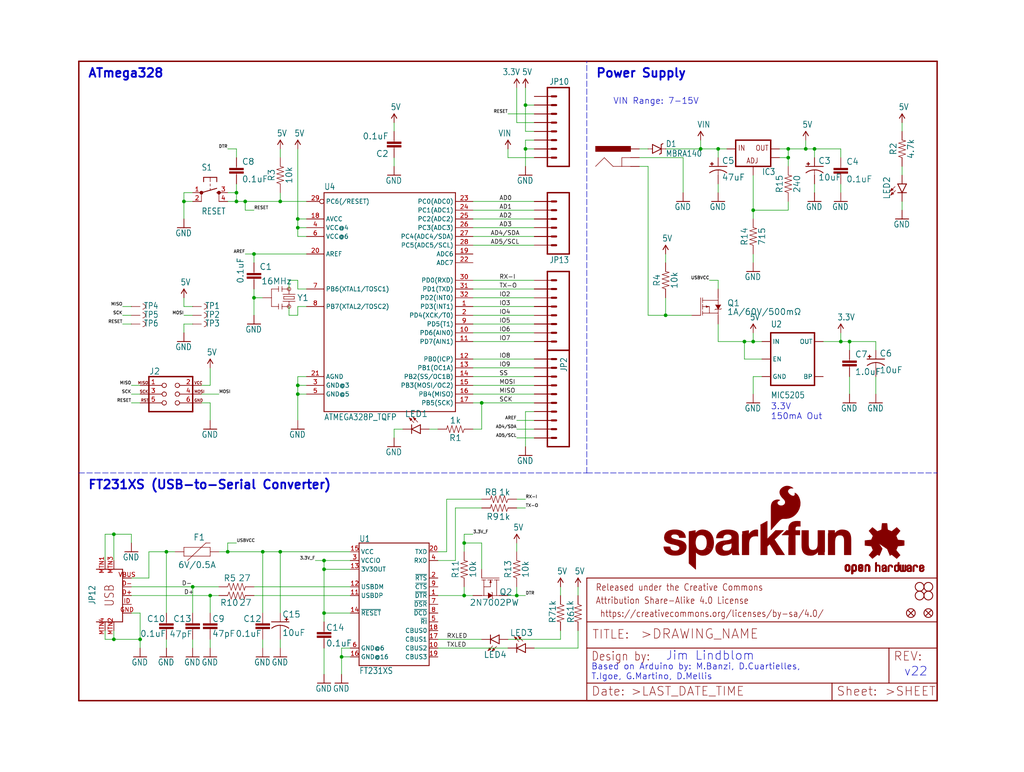
<source format=kicad_sch>
(kicad_sch (version 20211123) (generator eeschema)
  (paper "User" 297.002 223.926)
  (lib_symbols
    (symbol "schematicEagle-eagle-import:0.1UF-0603-25V-(+80{slash}-20%)"
      (property "Reference" "C" (at 1.524 2.921 0))
      (property "Value" "0.1UF-0603-25V-(+80{slash}-20%)" (at 1.524 -2.159 0))
      (symbol "0.1UF-0603-25V-(+80{slash}-20%)_1_0"
        (pin passive line (at 0 5.08 270) (length 2.54) (name "1") (number "1"))
        (pin passive line (at 0 -2.54 90) (length 2.54) (name "2") (number "2"))
      )
    )
    (symbol "schematicEagle-eagle-import:1.0UF-0603-16V-10%"
      (property "Reference" "C" (at 1.524 2.921 0))
      (property "Value" "1.0UF-0603-16V-10%" (at 1.524 -2.159 0))
      (symbol "1.0UF-0603-16V-10%_1_0"
        (pin passive line (at 0 5.08 270) (length 2.54) (name "1") (number "1"))
        (pin passive line (at 0 -2.54 90) (length 2.54) (name "2") (number "2"))
      )
    )
    (symbol "schematicEagle-eagle-import:10KOHM-0603-1{slash}10W-1%"
      (property "Reference" "R" (at 0 1.524 0))
      (property "Value" "10KOHM-0603-1{slash}10W-1%" (at 0 -1.524 0))
      (symbol "10KOHM-0603-1{slash}10W-1%_1_0"
        (pin passive line (at -5.08 0 0) (length 2.54) (name "1") (number "1"))
        (pin passive line (at 5.08 0 180) (length 2.54) (name "2") (number "2"))
      )
    )
    (symbol "schematicEagle-eagle-import:10UF-POLAR-EIA3216-16V-10%(TANT)"
      (property "Reference" "C" (at 1.016 0.635 0))
      (property "Value" "10UF-POLAR-EIA3216-16V-10%(TANT)" (at 1.016 -4.191 0))
      (symbol "10UF-POLAR-EIA3216-16V-10%(TANT)_1_0"
        (pin passive line (at 0 2.54 270) (length 2.54) (name "+") (number "+"))
        (pin passive line (at 0 -5.08 90) (length 2.54) (name "-") (number "-"))
      )
    )
    (symbol "schematicEagle-eagle-import:1KOHM-0603-1{slash}10W-1%"
      (property "Reference" "R" (at 0 1.524 0))
      (property "Value" "1KOHM-0603-1{slash}10W-1%" (at 0 -1.524 0))
      (symbol "1KOHM-0603-1{slash}10W-1%_1_0"
        (pin passive line (at -5.08 0 0) (length 2.54) (name "1") (number "1"))
        (pin passive line (at 5.08 0 180) (length 2.54) (name "2") (number "2"))
      )
    )
    (symbol "schematicEagle-eagle-import:240OHM-0603-1{slash}10W-1%"
      (property "Reference" "R" (at 0 1.524 0))
      (property "Value" "240OHM-0603-1{slash}10W-1%" (at 0 -1.524 0))
      (symbol "240OHM-0603-1{slash}10W-1%_1_0"
        (pin passive line (at -5.08 0 0) (length 2.54) (name "1") (number "1"))
        (pin passive line (at 5.08 0 180) (length 2.54) (name "2") (number "2"))
      )
    )
    (symbol "schematicEagle-eagle-import:27OHM-0603-1{slash}10W-1%"
      (property "Reference" "R" (at 0 1.524 0))
      (property "Value" "27OHM-0603-1{slash}10W-1%" (at 0 -1.524 0))
      (symbol "27OHM-0603-1{slash}10W-1%_1_0"
        (pin passive line (at -5.08 0 0) (length 2.54) (name "1") (number "1"))
        (pin passive line (at 5.08 0 180) (length 2.54) (name "2") (number "2"))
      )
    )
    (symbol "schematicEagle-eagle-import:3.3V" (power)
      (property "Value" "3.3V" (at -1.016 3.556 0))
      (symbol "3.3V_1_0"
        (pin power_in line (at 0 0 90) (length 2.54) (name "3.3V") (number "1"))
      )
    )
    (symbol "schematicEagle-eagle-import:4.7KOHM-0603-1{slash}10W-1%"
      (property "Reference" "R" (at 0 1.524 0))
      (property "Value" "4.7KOHM-0603-1{slash}10W-1%" (at 0 -1.524 0))
      (symbol "4.7KOHM-0603-1{slash}10W-1%_1_0"
        (pin passive line (at -5.08 0 0) (length 2.54) (name "1") (number "1"))
        (pin passive line (at 5.08 0 180) (length 2.54) (name "2") (number "2"))
      )
    )
    (symbol "schematicEagle-eagle-import:47PF-0603-50V-5%"
      (property "Reference" "C" (at 1.524 2.921 0))
      (property "Value" "47PF-0603-50V-5%" (at 1.524 -2.159 0))
      (symbol "47PF-0603-50V-5%_1_0"
        (pin passive line (at 0 5.08 270) (length 2.54) (name "1") (number "1"))
        (pin passive line (at 0 -2.54 90) (length 2.54) (name "2") (number "2"))
      )
    )
    (symbol "schematicEagle-eagle-import:47UF-POLAR-PANASONIC_D-35V-20%"
      (property "Reference" "C" (at 1.016 0.635 0))
      (property "Value" "47UF-POLAR-PANASONIC_D-35V-20%" (at 1.016 -4.191 0))
      (symbol "47UF-POLAR-PANASONIC_D-35V-20%_1_0"
        (pin passive line (at 0 2.54 270) (length 2.54) (name "+") (number "+"))
        (pin passive line (at 0 -5.08 90) (length 2.54) (name "-") (number "-"))
      )
    )
    (symbol "schematicEagle-eagle-import:5V" (power)
      (property "Value" "5V" (at -1.016 3.556 0))
      (symbol "5V_1_0"
        (pin power_in line (at 0 0 90) (length 2.54) (name "5V") (number "1"))
      )
    )
    (symbol "schematicEagle-eagle-import:715OHM-0603-1{slash}10W-1%"
      (property "Reference" "R" (at 0 1.524 0))
      (property "Value" "715OHM-0603-1{slash}10W-1%" (at 0 -1.524 0))
      (symbol "715OHM-0603-1{slash}10W-1%_1_0"
        (pin passive line (at -5.08 0 0) (length 2.54) (name "1") (number "1"))
        (pin passive line (at 5.08 0 180) (length 2.54) (name "2") (number "2"))
      )
    )
    (symbol "schematicEagle-eagle-import:ATMEGA328P_TQFP"
      (property "Reference" "U" (at -20.32 33.782 0))
      (property "Value" "ATMEGA328P_TQFP" (at -20.32 -33.02 0))
      (symbol "ATMEGA328P_TQFP_1_0"
        (pin bidirectional line (at 22.86 0 180) (length 5.08) (name "PD3(INT1)") (number "1"))
        (pin bidirectional line (at 22.86 -7.62 180) (length 5.08) (name "PD6(AIN0)") (number "10"))
        (pin bidirectional line (at 22.86 -10.16 180) (length 5.08) (name "PD7(AIN1)") (number "11"))
        (pin bidirectional line (at 22.86 -15.24 180) (length 5.08) (name "PB0(ICP)") (number "12"))
        (pin bidirectional line (at 22.86 -17.78 180) (length 5.08) (name "PB1(OC1A)") (number "13"))
        (pin bidirectional line (at 22.86 -20.32 180) (length 5.08) (name "PB2(SS/OC1B)") (number "14"))
        (pin bidirectional line (at 22.86 -22.86 180) (length 5.08) (name "PB3(MOSI/OC2)") (number "15"))
        (pin bidirectional line (at 22.86 -25.4 180) (length 5.08) (name "PB4(MISO)") (number "16"))
        (pin bidirectional line (at 22.86 -27.94 180) (length 5.08) (name "PB5(SCK)") (number "17"))
        (pin bidirectional line (at -25.4 25.4 0) (length 5.08) (name "AVCC") (number "18"))
        (pin bidirectional line (at 22.86 15.24 180) (length 5.08) (name "ADC6") (number "19"))
        (pin bidirectional line (at 22.86 -2.54 180) (length 5.08) (name "PD4(XCK/T0)") (number "2"))
        (pin bidirectional line (at -25.4 15.24 0) (length 5.08) (name "AREF") (number "20"))
        (pin bidirectional line (at -25.4 -20.32 0) (length 5.08) (name "AGND") (number "21"))
        (pin bidirectional line (at 22.86 12.7 180) (length 5.08) (name "ADC7") (number "22"))
        (pin bidirectional line (at 22.86 30.48 180) (length 5.08) (name "PC0(ADC0)") (number "23"))
        (pin bidirectional line (at 22.86 27.94 180) (length 5.08) (name "PC1(ADC1)") (number "24"))
        (pin bidirectional line (at 22.86 25.4 180) (length 5.08) (name "PC2(ADC2)") (number "25"))
        (pin bidirectional line (at 22.86 22.86 180) (length 5.08) (name "PC3(ADC3)") (number "26"))
        (pin bidirectional line (at 22.86 20.32 180) (length 5.08) (name "PC4(ADC4/SDA)") (number "27"))
        (pin bidirectional line (at 22.86 17.78 180) (length 5.08) (name "PC5(ADC5/SCL)") (number "28"))
        (pin bidirectional inverted (at -25.4 30.48 0) (length 5.08) (name "PC6(/RESET)") (number "29"))
        (pin bidirectional line (at -25.4 -22.86 0) (length 5.08) (name "GND@3") (number "3"))
        (pin bidirectional line (at 22.86 7.62 180) (length 5.08) (name "PD0(RXD)") (number "30"))
        (pin bidirectional line (at 22.86 5.08 180) (length 5.08) (name "PD1(TXD)") (number "31"))
        (pin bidirectional line (at 22.86 2.54 180) (length 5.08) (name "PD2(INT0)") (number "32"))
        (pin bidirectional line (at -25.4 22.86 0) (length 5.08) (name "VCC@4") (number "4"))
        (pin bidirectional line (at -25.4 -25.4 0) (length 5.08) (name "GND@5") (number "5"))
        (pin bidirectional line (at -25.4 20.32 0) (length 5.08) (name "VCC@6") (number "6"))
        (pin bidirectional line (at -25.4 5.08 0) (length 5.08) (name "PB6(XTAL1/TOSC1)") (number "7"))
        (pin bidirectional line (at -25.4 0 0) (length 5.08) (name "PB7(XTAL2/TOSC2)") (number "8"))
        (pin bidirectional line (at 22.86 -5.08 180) (length 5.08) (name "PD5(T1)") (number "9"))
      )
    )
    (symbol "schematicEagle-eagle-import:AVR_SPI_PROG_3X2SMD"
      (property "Reference" "J" (at -5.08 5.588 0))
      (property "Value" "AVR_SPI_PROG_3X2SMD" (at -5.08 -7.366 0))
      (symbol "AVR_SPI_PROG_3X2SMD_1_0"
        (text "GND" (at 8.001 -2.286 0) (effects (font (size 0.8128 0.8128)) (justify left bottom)))
        (text "MISO" (at -5.207 2.794 0) (effects (font (size 0.8128 0.8128)) (justify right bottom)))
        (text "MOSI" (at 8.001 0.254 0) (effects (font (size 0.8128 0.8128)) (justify left bottom)))
        (text "RST" (at -5.08 -2.286 0) (effects (font (size 0.8128 0.8128)) (justify right bottom)))
        (text "SCK" (at -5.207 0.254 0) (effects (font (size 0.8128 0.8128)) (justify right bottom)))
        (text "VCC" (at 8.001 2.794 0) (effects (font (size 0.8128 0.8128)) (justify left bottom)))
        (pin passive inverted (at -7.62 2.54 0) (length 7.62) (name "1") (number "1"))
        (pin passive inverted (at 10.16 2.54 180) (length 7.62) (name "2") (number "2"))
        (pin passive inverted (at -7.62 0 0) (length 7.62) (name "3") (number "3"))
        (pin passive inverted (at 10.16 0 180) (length 7.62) (name "4") (number "4"))
        (pin passive inverted (at -7.62 -2.54 0) (length 7.62) (name "5") (number "5"))
        (pin passive inverted (at 10.16 -2.54 180) (length 7.62) (name "6") (number "6"))
      )
    )
    (symbol "schematicEagle-eagle-import:FIDUCIAL1X2")
    (symbol "schematicEagle-eagle-import:FRAME-LETTER"
      (symbol "FRAME-LETTER_2_0"
        (text " https://creativecommons.org/licenses/by-sa/4.0/" (at 2.54 24.13 0) (effects (font (size 1.9304 1.6408)) (justify left bottom)))
        (text ">DRAWING_NAME" (at 15.494 17.78 0) (effects (font (size 2.7432 2.7432)) (justify left bottom)))
        (text ">LAST_DATE_TIME" (at 12.7 1.27 0) (effects (font (size 2.54 2.54)) (justify left bottom)))
        (text ">SHEET" (at 86.36 1.27 0) (effects (font (size 2.54 2.54)) (justify left bottom)))
        (text "Attribution Share-Alike 4.0 License" (at 2.54 27.94 0) (effects (font (size 1.9304 1.6408)) (justify left bottom)))
        (text "Date:" (at 1.27 1.27 0) (effects (font (size 2.54 2.54)) (justify left bottom)))
        (text "Design by:" (at 1.27 11.43 0) (effects (font (size 2.54 2.159)) (justify left bottom)))
        (text "Released under the Creative Commons" (at 2.54 31.75 0) (effects (font (size 1.9304 1.6408)) (justify left bottom)))
        (text "REV:" (at 88.9 11.43 0) (effects (font (size 2.54 2.54)) (justify left bottom)))
        (text "Sheet:" (at 72.39 1.27 0) (effects (font (size 2.54 2.54)) (justify left bottom)))
        (text "TITLE:" (at 1.524 17.78 0) (effects (font (size 2.54 2.54)) (justify left bottom)))
      )
    )
    (symbol "schematicEagle-eagle-import:FT231XS"
      (property "Reference" "U" (at -10.16 18.034 0))
      (property "Value" "FT231XS" (at -10.16 -18.288 0))
      (symbol "FT231XS_1_0"
        (pin bidirectional line (at 12.7 2.54 180) (length 2.54) (name "~{DTR}") (number "1"))
        (pin bidirectional line (at 12.7 -12.7 180) (length 2.54) (name "CBUS2") (number "10"))
        (pin bidirectional line (at -12.7 2.54 0) (length 2.54) (name "USBDP") (number "11"))
        (pin bidirectional line (at -12.7 5.08 0) (length 2.54) (name "USBDM") (number "12"))
        (pin bidirectional line (at -12.7 10.16 0) (length 2.54) (name "3V3OUT") (number "13"))
        (pin bidirectional line (at -12.7 -2.54 0) (length 2.54) (name "~{RESET}") (number "14"))
        (pin bidirectional line (at -12.7 15.24 0) (length 2.54) (name "VCC") (number "15"))
        (pin bidirectional line (at -12.7 -15.24 0) (length 2.54) (name "GND@16") (number "16"))
        (pin bidirectional line (at 12.7 -10.16 180) (length 2.54) (name "CBUS1") (number "17"))
        (pin bidirectional line (at 12.7 -7.62 180) (length 2.54) (name "CBUS0") (number "18"))
        (pin bidirectional line (at 12.7 -15.24 180) (length 2.54) (name "CBUS3") (number "19"))
        (pin bidirectional line (at 12.7 7.62 180) (length 2.54) (name "~{RTS}") (number "2"))
        (pin bidirectional line (at 12.7 15.24 180) (length 2.54) (name "TXD") (number "20"))
        (pin bidirectional line (at -12.7 12.7 0) (length 2.54) (name "VCCIO") (number "3"))
        (pin bidirectional line (at 12.7 12.7 180) (length 2.54) (name "RXD") (number "4"))
        (pin bidirectional line (at 12.7 -5.08 180) (length 2.54) (name "~{RI}") (number "5"))
        (pin bidirectional line (at -12.7 -12.7 0) (length 2.54) (name "GND@6") (number "6"))
        (pin bidirectional line (at 12.7 0 180) (length 2.54) (name "~{DSR}") (number "7"))
        (pin bidirectional line (at 12.7 -2.54 180) (length 2.54) (name "~{DCD}") (number "8"))
        (pin bidirectional line (at 12.7 5.08 180) (length 2.54) (name "~{CTS}") (number "9"))
      )
    )
    (symbol "schematicEagle-eagle-import:GND" (power)
      (property "Value" "GND" (at -2.54 -2.54 0))
      (symbol "GND_1_0"
        (pin power_in line (at 0 2.54 270) (length 2.54) (name "GND") (number "1"))
      )
    )
    (symbol "schematicEagle-eagle-import:LED1206"
      (property "Reference" "D" (at -3.429 -4.572 90))
      (property "Value" "LED1206" (at 1.905 -4.572 90))
      (symbol "LED1206_1_0"
        (pin passive line (at 0 2.54 270) (length 2.54) (name "A") (number "A"))
        (pin passive line (at 0 -5.08 90) (length 2.54) (name "C") (number "C"))
      )
    )
    (symbol "schematicEagle-eagle-import:M06SMD-STRAIGHT-COMBO"
      (property "Reference" "JP" (at -5.08 10.922 0))
      (property "Value" "M06SMD-STRAIGHT-COMBO" (at -5.08 -10.16 0))
      (symbol "M06SMD-STRAIGHT-COMBO_1_0"
        (pin passive line (at 5.08 -5.08 180) (length 5.08) (name "1") (number "1A"))
        (pin passive line (at 5.08 -5.08 180) (length 5.08) (name "1") (number "1B"))
        (pin passive line (at 5.08 -2.54 180) (length 5.08) (name "2") (number "2A"))
        (pin passive line (at 5.08 -2.54 180) (length 5.08) (name "2") (number "2B"))
        (pin passive line (at 5.08 0 180) (length 5.08) (name "3") (number "3A"))
        (pin passive line (at 5.08 0 180) (length 5.08) (name "3") (number "3B"))
        (pin passive line (at 5.08 2.54 180) (length 5.08) (name "4") (number "4A"))
        (pin passive line (at 5.08 2.54 180) (length 5.08) (name "4") (number "4B"))
        (pin passive line (at 5.08 5.08 180) (length 5.08) (name "5") (number "5A"))
        (pin passive line (at 5.08 5.08 180) (length 5.08) (name "5") (number "5B"))
        (pin passive line (at 5.08 7.62 180) (length 5.08) (name "6") (number "6A"))
        (pin passive line (at 5.08 7.62 180) (length 5.08) (name "6") (number "6B"))
      )
    )
    (symbol "schematicEagle-eagle-import:M08SMD-COMBO"
      (property "Reference" "JP" (at -5.08 13.462 0))
      (property "Value" "M08SMD-COMBO" (at -5.08 -12.7 0))
      (symbol "M08SMD-COMBO_1_0"
        (pin passive line (at 5.08 -7.62 180) (length 5.08) (name "1") (number "1A"))
        (pin passive line (at 5.08 -7.62 180) (length 5.08) (name "1") (number "1B"))
        (pin passive line (at 5.08 -5.08 180) (length 5.08) (name "2") (number "2A"))
        (pin passive line (at 5.08 -5.08 180) (length 5.08) (name "2") (number "2B"))
        (pin passive line (at 5.08 -2.54 180) (length 5.08) (name "3") (number "3A"))
        (pin passive line (at 5.08 -2.54 180) (length 5.08) (name "3") (number "3B"))
        (pin passive line (at 5.08 0 180) (length 5.08) (name "4") (number "4A"))
        (pin passive line (at 5.08 0 180) (length 5.08) (name "4") (number "4B"))
        (pin passive line (at 5.08 2.54 180) (length 5.08) (name "5") (number "5A"))
        (pin passive line (at 5.08 2.54 180) (length 5.08) (name "5") (number "5B"))
        (pin passive line (at 5.08 5.08 180) (length 5.08) (name "6") (number "6A"))
        (pin passive line (at 5.08 5.08 180) (length 5.08) (name "6") (number "6B"))
        (pin passive line (at 5.08 7.62 180) (length 5.08) (name "7") (number "7A"))
        (pin passive line (at 5.08 7.62 180) (length 5.08) (name "7") (number "7B"))
        (pin passive line (at 5.08 10.16 180) (length 5.08) (name "8") (number "8A"))
        (pin passive line (at 5.08 10.16 180) (length 5.08) (name "8") (number "8B"))
      )
    )
    (symbol "schematicEagle-eagle-import:M10SMD_COMBO"
      (property "Reference" "JP" (at 0 8.89 0))
      (property "Value" "M10SMD_COMBO" (at 0 -22.86 0))
      (symbol "M10SMD_COMBO_1_0"
        (pin passive line (at 10.16 5.08 180) (length 5.08) (name "10") (number "10A"))
        (pin passive line (at 10.16 5.08 180) (length 5.08) (name "10") (number "10B"))
        (pin passive line (at 10.16 -17.78 180) (length 5.08) (name "1") (number "1A"))
        (pin passive line (at 10.16 -17.78 180) (length 5.08) (name "1") (number "1B"))
        (pin passive line (at 10.16 -15.24 180) (length 5.08) (name "2") (number "2A"))
        (pin passive line (at 10.16 -15.24 180) (length 5.08) (name "2") (number "2B"))
        (pin passive line (at 10.16 -12.7 180) (length 5.08) (name "3") (number "3A"))
        (pin passive line (at 10.16 -12.7 180) (length 5.08) (name "3") (number "3B"))
        (pin passive line (at 10.16 -10.16 180) (length 5.08) (name "4") (number "4A"))
        (pin passive line (at 10.16 -10.16 180) (length 5.08) (name "4") (number "4B"))
        (pin passive line (at 10.16 -7.62 180) (length 5.08) (name "5") (number "5A"))
        (pin passive line (at 10.16 -7.62 180) (length 5.08) (name "5") (number "5B"))
        (pin passive line (at 10.16 -5.08 180) (length 5.08) (name "6") (number "6A"))
        (pin passive line (at 10.16 -5.08 180) (length 5.08) (name "6") (number "6B"))
        (pin passive line (at 10.16 -2.54 180) (length 5.08) (name "7") (number "7A"))
        (pin passive line (at 10.16 -2.54 180) (length 5.08) (name "7") (number "7B"))
        (pin passive line (at 10.16 0 180) (length 5.08) (name "8") (number "8A"))
        (pin passive line (at 10.16 0 180) (length 5.08) (name "8") (number "8B"))
        (pin passive line (at 10.16 2.54 180) (length 5.08) (name "9") (number "9A"))
        (pin passive line (at 10.16 2.54 180) (length 5.08) (name "9") (number "9B"))
      )
    )
    (symbol "schematicEagle-eagle-import:MBRA140"
      (property "Reference" "D" (at 2.54 0.4826 0))
      (property "Value" "MBRA140" (at 2.54 -2.3114 0))
      (symbol "MBRA140_1_0"
        (pin passive line (at -2.54 0 0) (length 0) (name "A") (number "A"))
        (pin passive line (at 2.54 0 180) (length 0) (name "C") (number "C"))
      )
    )
    (symbol "schematicEagle-eagle-import:MIC52053.3V"
      (property "Reference" "U" (at -7.62 9.144 0))
      (property "Value" "MIC52053.3V" (at -7.62 -11.43 0))
      (symbol "MIC52053.3V_1_0"
        (pin input line (at -10.16 5.08 0) (length 2.54) (name "IN") (number "1"))
        (pin input line (at -10.16 -5.08 0) (length 2.54) (name "GND") (number "2"))
        (pin input line (at -10.16 0 0) (length 2.54) (name "EN") (number "3"))
        (pin input line (at 7.62 -5.08 180) (length 2.54) (name "BP") (number "4"))
        (pin passive line (at 7.62 5.08 180) (length 2.54) (name "OUT") (number "5"))
      )
    )
    (symbol "schematicEagle-eagle-import:MOSFET-NCH-2N7002PW"
      (property "Reference" "Q" (at 5.08 0 0))
      (property "Value" "MOSFET-NCH-2N7002PW" (at 5.08 -2.54 0))
      (symbol "MOSFET-NCH-2N7002PW_1_0"
        (pin bidirectional line (at -5.08 -2.54 0) (length 2.54) (name "G") (number "1"))
        (pin bidirectional line (at 2.54 -5.08 90) (length 2.54) (name "S") (number "2"))
        (pin bidirectional line (at 2.54 5.08 270) (length 2.54) (name "D") (number "3"))
      )
    )
    (symbol "schematicEagle-eagle-import:MOSFET-PCH-ZXMP6A13F"
      (property "Reference" "Q" (at 5.08 0 0))
      (property "Value" "MOSFET-PCH-ZXMP6A13F" (at 5.08 -2.54 0))
      (symbol "MOSFET-PCH-ZXMP6A13F_1_0"
        (pin bidirectional line (at -5.08 -2.54 0) (length 2.54) (name "G") (number "1"))
        (pin bidirectional line (at 2.54 -5.08 90) (length 2.54) (name "S") (number "2"))
        (pin bidirectional line (at 2.54 5.08 270) (length 2.54) (name "D") (number "3"))
      )
    )
    (symbol "schematicEagle-eagle-import:OSHW-LOGOS")
    (symbol "schematicEagle-eagle-import:POWER_JACKSUPER_BOMB_DIGITY"
      (symbol "POWER_JACKSUPER_BOMB_DIGITY_1_0"
        (pin bidirectional line (at 2.54 5.08 180) (length 2.54) (name "GNDBREAK") (number "GND"))
        (pin bidirectional line (at 2.54 2.54 180) (length 2.54) (name "GND") (number "P$4"))
        (pin bidirectional line (at 2.54 7.62 180) (length 2.54) (name "PWR") (number "VIN0"))
      )
    )
    (symbol "schematicEagle-eagle-import:PTC-HALF_AMP"
      (property "Reference" "F" (at 1.905 3.175 0))
      (property "Value" "PTC-HALF_AMP" (at 1.27 -2.794 0))
      (symbol "PTC-HALF_AMP_1_0"
        (pin bidirectional line (at -5.08 0 0) (length 2.54) (name "1") (number "1"))
        (pin bidirectional line (at 7.62 0 180) (length 2.54) (name "2") (number "2"))
      )
    )
    (symbol "schematicEagle-eagle-import:RESONATOR-16MHZSMD_3.2X1.3"
      (property "Reference" "Y" (at -3.302 -2.54 0))
      (property "Value" "RESONATOR-16MHZSMD_3.2X1.3" (at 0 2.032 0))
      (symbol "RESONATOR-16MHZSMD_3.2X1.3_1_0"
        (pin passive line (at -2.54 0 0) (length 0) (name "1") (number "1"))
        (pin passive line (at 0 -7.62 90) (length 0) (name "2") (number "2"))
        (pin passive line (at 2.54 0 180) (length 0) (name "3") (number "3"))
      )
    )
    (symbol "schematicEagle-eagle-import:SFE_LOGO_FLAME.1_INCH")
    (symbol "schematicEagle-eagle-import:SFE_LOGO_NAME.1_INCH")
    (symbol "schematicEagle-eagle-import:STAND-OFF")
    (symbol "schematicEagle-eagle-import:SWITCH_SPST_4_PINSQUARE"
      (property "Reference" "SW" (at -2.54 6.35 0))
      (property "Value" "SWITCH_SPST_4_PINSQUARE" (at -2.54 -6.35 0))
      (symbol "SWITCH_SPST_4_PINSQUARE_1_0"
        (pin passive line (at -5.08 0 0) (length 2.54) (name "1") (number "1"))
        (pin passive line (at -5.08 -2.54 0) (length 2.54) (name "2") (number "2"))
        (pin passive line (at 5.08 0 180) (length 2.54) (name "3") (number "3"))
        (pin passive line (at 5.08 -2.54 180) (length 2.54) (name "4") (number "4"))
      )
    )
    (symbol "schematicEagle-eagle-import:TEST-POINT3X5"
      (property "Reference" "TP" (at -2.54 2.54 0))
      (property "Value" "TEST-POINT3X5" (at -2.54 -2.54 0))
      (symbol "TEST-POINT3X5_1_0"
        (pin bidirectional line (at 0 0 180) (length 0) (name "1") (number "P$1"))
      )
    )
    (symbol "schematicEagle-eagle-import:USB-MINIB-5PIN"
      (property "Reference" "J" (at 7.62 10.16 0))
      (property "Value" "USB-MINIB-5PIN" (at 7.62 0 0))
      (symbol "USB-MINIB-5PIN_1_0"
        (text "USB" (at 5.334 1.778 900) (effects (font (size 2.54 2.159)) (justify left bottom)))
        (pin bidirectional line (at -2.54 5.08 0) (length 2.54) (name "D+") (number "D+"))
        (pin bidirectional line (at -2.54 7.62 0) (length 2.54) (name "D-") (number "D-"))
        (pin bidirectional line (at -2.54 0 0) (length 2.54) (name "GND") (number "GND"))
        (pin bidirectional line (at -2.54 2.54 0) (length 2.54) (name "ID") (number "ID"))
        (pin bidirectional line (at 5.08 15.24 270) (length 2.54) (name "MTN2") (number "MTN1"))
        (pin bidirectional line (at 2.54 -5.08 90) (length 2.54) (name "MTN3") (number "MTN2"))
        (pin bidirectional line (at 2.54 15.24 270) (length 2.54) (name "MTN1") (number "MTN3"))
        (pin bidirectional line (at 5.08 -5.08 90) (length 2.54) (name "MTN4") (number "MTN4"))
        (pin bidirectional line (at -2.54 10.16 0) (length 2.54) (name "VBUS") (number "VBUS"))
      )
    )
    (symbol "schematicEagle-eagle-import:VIN" (power)
      (property "Value" "VIN" (at -1.016 3.556 0))
      (symbol "VIN_1_0"
        (pin power_in line (at 0 0 90) (length 2.54) (name "VIN") (number "1"))
      )
    )
    (symbol "schematicEagle-eagle-import:V_REG_LM1117ALT1"
      (property "Reference" "IC" (at 2.54 -7.62 0))
      (property "Value" "V_REG_LM1117ALT1" (at 2.54 -10.16 0))
      (symbol "V_REG_LM1117ALT1_1_0"
        (text "ADJ" (at -2.032 -4.318 0) (effects (font (size 1.524 1.2954)) (justify left bottom)))
        (text "IN" (at -4.445 -0.635 0) (effects (font (size 1.524 1.2954)) (justify left bottom)))
        (text "OUT" (at 0.635 -0.635 0) (effects (font (size 1.524 1.2954)) (justify left bottom)))
        (pin input line (at 0 -7.62 90) (length 2.54) (name "ADJ") (number "1"))
        (pin output line (at 7.62 0 180) (length 2.54) (name "OUT") (number "2"))
        (pin input line (at -7.62 0 0) (length 2.54) (name "IN") (number "3"))
        (pin output line (at 7.62 -2.54 180) (length 2.54) (name "OUT@1") (number "4"))
      )
    )
  )
  (junction (at 243.84 99.06))
  (junction (at 66.04 160.02))
  (junction (at 233.68 43.18))
  (junction (at 53.34 58.42))
  (junction (at 93.98 162.56))
  (junction (at 246.38 99.06))
  (junction (at 208.28 43.18))
  (junction (at 48.26 160.02))
  (junction (at 68.58 55.88))
  (junction (at 68.58 58.42))
  (junction (at 203.2 43.18))
  (junction (at 60.96 172.72))
  (junction (at 81.28 160.02))
  (junction (at 86.36 111.76))
  (junction (at 218.44 99.06))
  (junction (at 86.36 63.5))
  (junction (at 93.98 165.1))
  (junction (at 228.6 45.72))
  (junction (at 134.62 172.72))
  (junction (at 71.12 58.42))
  (junction (at 152.4 30.48))
  (junction (at 134.62 157.48))
  (junction (at 99.06 190.5))
  (junction (at 81.28 58.42))
  (junction (at 40.64 185.42))
  (junction (at 33.02 185.42))
  (junction (at 139.7 116.84))
  (junction (at 73.66 86.36))
  (junction (at 152.4 43.18))
  (junction (at 228.6 43.18))
  (junction (at 215.9 99.06))
  (junction (at 149.86 172.72))
  (junction (at 93.98 177.8))
  (junction (at 236.22 43.18))
  (junction (at 218.44 60.96))
  (junction (at 55.88 170.18))
  (junction (at 86.36 114.3))
  (junction (at 86.36 66.04))
  (junction (at 76.2 160.02))
  (junction (at 33.02 154.94))
  (junction (at 193.04 91.44))
  (junction (at 73.66 73.66))
  (wire (pts (xy 149.86 147.32) (xy 152.4 147.32)))
  (wire (pts (xy 154.94 35.56) (xy 149.86 35.56)))
  (wire (pts (xy 154.94 124.46) (xy 149.86 124.46)))
  (wire (pts (xy 38.1 93.98) (xy 35.56 93.98)))
  (wire (pts (xy 38.1 154.94) (xy 38.1 157.48)))
  (wire (pts (xy 215.9 104.14) (xy 220.98 104.14)))
  (wire (pts (xy 43.18 167.64) (xy 43.18 160.02)))
  (wire (pts (xy 48.26 177.8) (xy 48.26 160.02)))
  (wire (pts (xy 208.28 99.06) (xy 215.9 99.06)))
  (wire (pts (xy 154.94 119.38) (xy 152.4 119.38)))
  (wire (pts (xy 30.48 154.94) (xy 33.02 154.94)))
  (wire (pts (xy 66.04 160.02) (xy 66.04 157.48)))
  (wire (pts (xy 254 99.06) (xy 254 101.6)))
  (wire (pts (xy 154.94 33.02) (xy 147.32 33.02)))
  (wire (pts (xy 154.94 104.14) (xy 137.16 104.14)))
  (wire (pts (xy 81.28 160.02) (xy 101.6 160.02)))
  (wire (pts (xy 71.12 58.42) (xy 68.58 58.42)))
  (wire (pts (xy 203.2 43.18) (xy 203.2 40.64)))
  (wire (pts (xy 132.08 147.32) (xy 139.7 147.32)))
  (wire (pts (xy 86.36 91.44) (xy 83.82 91.44)))
  (wire (pts (xy 55.88 187.96) (xy 55.88 185.42)))
  (wire (pts (xy 30.48 182.88) (xy 30.48 185.42)))
  (wire (pts (xy 53.34 55.88) (xy 53.34 58.42)))
  (wire (pts (xy 154.94 99.06) (xy 137.16 99.06)))
  (wire (pts (xy 208.28 45.72) (xy 208.28 43.18)))
  (wire (pts (xy 139.7 157.48) (xy 139.7 165.1)))
  (wire (pts (xy 154.94 66.04) (xy 137.16 66.04)))
  (wire (pts (xy 154.94 111.76) (xy 137.16 111.76)))
  (wire (pts (xy 218.44 99.06) (xy 220.98 99.06)))
  (wire (pts (xy 38.1 91.44) (xy 35.56 91.44)))
  (wire (pts (xy 243.84 99.06) (xy 243.84 96.52)))
  (wire (pts (xy 68.58 53.34) (xy 68.58 55.88)))
  (wire (pts (xy 60.96 116.84) (xy 60.96 121.92)))
  (wire (pts (xy 63.5 172.72) (xy 60.96 172.72)))
  (wire (pts (xy 149.86 172.72) (xy 152.4 172.72)))
  (wire (pts (xy 76.2 187.96) (xy 76.2 185.42)))
  (wire (pts (xy 246.38 99.06) (xy 254 99.06)))
  (wire (pts (xy 93.98 180.34) (xy 93.98 177.8)))
  (wire (pts (xy 86.36 68.58) (xy 86.36 66.04)))
  (wire (pts (xy 58.42 114.3) (xy 63.5 114.3)))
  (wire (pts (xy 154.94 40.64) (xy 152.4 40.64)))
  (wire (pts (xy 48.26 187.96) (xy 48.26 185.42)))
  (wire (pts (xy 208.28 43.18) (xy 203.2 43.18)))
  (wire (pts (xy 198.12 45.72) (xy 198.12 55.88)))
  (wire (pts (xy 215.9 104.14) (xy 215.9 99.06)))
  (wire (pts (xy 66.04 58.42) (xy 68.58 58.42)))
  (wire (pts (xy 116.84 124.46) (xy 114.3 124.46)))
  (wire (pts (xy 30.48 185.42) (xy 33.02 185.42)))
  (wire (pts (xy 101.6 187.96) (xy 99.06 187.96)))
  (wire (pts (xy 243.84 43.18) (xy 243.84 45.72)))
  (wire (pts (xy 53.34 88.9) (xy 53.34 86.36)))
  (wire (pts (xy 261.62 35.56) (xy 261.62 38.1)))
  (wire (pts (xy 228.6 45.72) (xy 228.6 43.18)))
  (wire (pts (xy 33.02 154.94) (xy 38.1 154.94)))
  (wire (pts (xy 88.9 68.58) (xy 86.36 68.58)))
  (wire (pts (xy 88.9 63.5) (xy 86.36 63.5)))
  (wire (pts (xy 152.4 40.64) (xy 152.4 43.18)))
  (wire (pts (xy 43.18 167.64) (xy 38.1 167.64)))
  (wire (pts (xy 68.58 43.18) (xy 66.04 43.18)))
  (wire (pts (xy 167.64 170.18) (xy 167.64 172.72)))
  (wire (pts (xy 218.44 76.2) (xy 218.44 73.66)))
  (wire (pts (xy 101.6 172.72) (xy 73.66 172.72)))
  (wire (pts (xy 114.3 124.46) (xy 114.3 127)))
  (wire (pts (xy 73.66 73.66) (xy 71.12 73.66)))
  (wire (pts (xy 33.02 185.42) (xy 40.64 185.42)))
  (wire (pts (xy 139.7 116.84) (xy 137.16 116.84)))
  (polyline (pts (xy 170.18 137.16) (xy 271.78 137.16)))
  (wire (pts (xy 167.64 182.88) (xy 167.64 187.96)))
  (wire (pts (xy 154.94 68.58) (xy 137.16 68.58)))
  (wire (pts (xy 63.5 160.02) (xy 66.04 160.02)))
  (wire (pts (xy 40.64 111.76) (xy 38.1 111.76)))
  (wire (pts (xy 218.44 60.96) (xy 218.44 63.5)))
  (wire (pts (xy 203.2 43.18) (xy 193.04 43.18)))
  (wire (pts (xy 139.7 124.46) (xy 139.7 116.84)))
  (wire (pts (xy 40.64 114.3) (xy 38.1 114.3)))
  (wire (pts (xy 154.94 58.42) (xy 137.16 58.42)))
  (wire (pts (xy 154.94 106.68) (xy 137.16 106.68)))
  (wire (pts (xy 88.9 88.9) (xy 86.36 88.9)))
  (wire (pts (xy 238.76 99.06) (xy 243.84 99.06)))
  (wire (pts (xy 71.12 58.42) (xy 71.12 60.96)))
  (wire (pts (xy 134.62 157.48) (xy 134.62 154.94)))
  (wire (pts (xy 30.48 162.56) (xy 30.48 154.94)))
  (wire (pts (xy 53.34 96.52) (xy 53.34 93.98)))
  (wire (pts (xy 246.38 101.6) (xy 246.38 99.06)))
  (wire (pts (xy 187.96 91.44) (xy 193.04 91.44)))
  (polyline (pts (xy 170.18 137.16) (xy 170.18 17.78)))
  (wire (pts (xy 88.9 109.22) (xy 86.36 109.22)))
  (wire (pts (xy 187.96 48.26) (xy 187.96 91.44)))
  (wire (pts (xy 33.02 162.56) (xy 33.02 154.94)))
  (wire (pts (xy 86.36 81.28) (xy 83.82 81.28)))
  (wire (pts (xy 154.94 43.18) (xy 152.4 43.18)))
  (wire (pts (xy 88.9 111.76) (xy 86.36 111.76)))
  (wire (pts (xy 147.32 45.72) (xy 154.94 45.72)))
  (wire (pts (xy 185.42 45.72) (xy 198.12 45.72)))
  (wire (pts (xy 58.42 111.76) (xy 60.96 111.76)))
  (wire (pts (xy 134.62 154.94) (xy 137.16 154.94)))
  (polyline (pts (xy 22.86 137.16) (xy 170.18 137.16)))
  (wire (pts (xy 73.66 73.66) (xy 73.66 76.2)))
  (wire (pts (xy 254 114.3) (xy 254 109.22)))
  (wire (pts (xy 162.56 185.42) (xy 147.32 185.42)))
  (wire (pts (xy 55.88 170.18) (xy 55.88 177.8)))
  (wire (pts (xy 71.12 60.96) (xy 73.66 60.96)))
  (wire (pts (xy 149.86 144.78) (xy 152.4 144.78)))
  (wire (pts (xy 243.84 55.88) (xy 243.84 53.34)))
  (wire (pts (xy 208.28 55.88) (xy 208.28 53.34)))
  (wire (pts (xy 228.6 58.42) (xy 228.6 60.96)))
  (wire (pts (xy 261.62 48.26) (xy 261.62 50.8)))
  (wire (pts (xy 88.9 73.66) (xy 73.66 73.66)))
  (wire (pts (xy 208.28 93.98) (xy 208.28 99.06)))
  (wire (pts (xy 147.32 45.72) (xy 147.32 43.18)))
  (wire (pts (xy 129.54 160.02) (xy 129.54 144.78)))
  (wire (pts (xy 53.34 58.42) (xy 53.34 63.5)))
  (wire (pts (xy 154.94 83.82) (xy 137.16 83.82)))
  (wire (pts (xy 63.5 170.18) (xy 55.88 170.18)))
  (wire (pts (xy 129.54 144.78) (xy 139.7 144.78)))
  (wire (pts (xy 215.9 99.06) (xy 218.44 99.06)))
  (wire (pts (xy 152.4 48.26) (xy 152.4 43.18)))
  (wire (pts (xy 233.68 43.18) (xy 236.22 43.18)))
  (wire (pts (xy 154.94 114.3) (xy 137.16 114.3)))
  (wire (pts (xy 55.88 88.9) (xy 53.34 88.9)))
  (wire (pts (xy 88.9 58.42) (xy 81.28 58.42)))
  (wire (pts (xy 88.9 83.82) (xy 86.36 83.82)))
  (wire (pts (xy 101.6 170.18) (xy 73.66 170.18)))
  (wire (pts (xy 66.04 157.48) (xy 68.58 157.48)))
  (wire (pts (xy 55.88 91.44) (xy 53.34 91.44)))
  (wire (pts (xy 236.22 43.18) (xy 236.22 45.72)))
  (wire (pts (xy 33.02 182.88) (xy 33.02 185.42)))
  (wire (pts (xy 93.98 162.56) (xy 91.44 162.56)))
  (wire (pts (xy 48.26 160.02) (xy 50.8 160.02)))
  (wire (pts (xy 93.98 195.58) (xy 93.98 187.96)))
  (wire (pts (xy 152.4 38.1) (xy 154.94 38.1)))
  (wire (pts (xy 127 187.96) (xy 147.32 187.96)))
  (wire (pts (xy 220.98 109.22) (xy 218.44 109.22)))
  (wire (pts (xy 88.9 114.3) (xy 86.36 114.3)))
  (wire (pts (xy 68.58 58.42) (xy 68.58 55.88)))
  (wire (pts (xy 40.64 177.8) (xy 40.64 185.42)))
  (wire (pts (xy 236.22 43.18) (xy 243.84 43.18)))
  (wire (pts (xy 152.4 38.1) (xy 152.4 30.48)))
  (wire (pts (xy 66.04 160.02) (xy 76.2 160.02)))
  (wire (pts (xy 132.08 162.56) (xy 132.08 147.32)))
  (wire (pts (xy 154.94 127) (xy 149.86 127)))
  (wire (pts (xy 147.32 172.72) (xy 149.86 172.72)))
  (wire (pts (xy 127 160.02) (xy 129.54 160.02)))
  (wire (pts (xy 93.98 177.8) (xy 101.6 177.8)))
  (wire (pts (xy 152.4 129.54) (xy 152.4 119.38)))
  (wire (pts (xy 261.62 60.96) (xy 261.62 58.42)))
  (wire (pts (xy 38.1 88.9) (xy 35.56 88.9)))
  (wire (pts (xy 208.28 83.82) (xy 208.28 81.28)))
  (wire (pts (xy 193.04 91.44) (xy 193.04 86.36)))
  (wire (pts (xy 127 172.72) (xy 134.62 172.72)))
  (wire (pts (xy 226.06 43.18) (xy 228.6 43.18)))
  (wire (pts (xy 193.04 73.66) (xy 193.04 76.2)))
  (wire (pts (xy 154.94 86.36) (xy 137.16 86.36)))
  (wire (pts (xy 60.96 187.96) (xy 60.96 185.42)))
  (wire (pts (xy 233.68 40.64) (xy 233.68 43.18)))
  (wire (pts (xy 86.36 63.5) (xy 86.36 43.18)))
  (wire (pts (xy 93.98 165.1) (xy 93.98 162.56)))
  (wire (pts (xy 185.42 43.18) (xy 187.96 43.18)))
  (wire (pts (xy 93.98 165.1) (xy 101.6 165.1)))
  (wire (pts (xy 55.88 170.18) (xy 38.1 170.18)))
  (wire (pts (xy 86.36 66.04) (xy 86.36 63.5)))
  (wire (pts (xy 228.6 60.96) (xy 218.44 60.96)))
  (wire (pts (xy 68.58 45.72) (xy 68.58 43.18)))
  (wire (pts (xy 40.64 177.8) (xy 38.1 177.8)))
  (wire (pts (xy 154.94 96.52) (xy 137.16 96.52)))
  (wire (pts (xy 218.44 60.96) (xy 218.44 50.8)))
  (wire (pts (xy 101.6 190.5) (xy 99.06 190.5)))
  (wire (pts (xy 218.44 96.52) (xy 218.44 99.06)))
  (wire (pts (xy 114.3 48.26) (xy 114.3 45.72)))
  (wire (pts (xy 226.06 45.72) (xy 228.6 45.72)))
  (wire (pts (xy 81.28 177.8) (xy 81.28 160.02)))
  (wire (pts (xy 55.88 93.98) (xy 53.34 93.98)))
  (wire (pts (xy 43.18 160.02) (xy 48.26 160.02)))
  (wire (pts (xy 68.58 55.88) (xy 66.04 55.88)))
  (wire (pts (xy 73.66 91.44) (xy 73.66 86.36)))
  (wire (pts (xy 81.28 43.18) (xy 81.28 45.72)))
  (wire (pts (xy 236.22 55.88) (xy 236.22 53.34)))
  (wire (pts (xy 149.86 25.4) (xy 149.86 35.56)))
  (wire (pts (xy 93.98 177.8) (xy 93.98 165.1)))
  (wire (pts (xy 99.06 190.5) (xy 99.06 195.58)))
  (wire (pts (xy 228.6 43.18) (xy 233.68 43.18)))
  (wire (pts (xy 149.86 170.18) (xy 149.86 172.72)))
  (wire (pts (xy 81.28 58.42) (xy 71.12 58.42)))
  (wire (pts (xy 154.94 93.98) (xy 137.16 93.98)))
  (wire (pts (xy 200.66 91.44) (xy 193.04 91.44)))
  (wire (pts (xy 152.4 30.48) (xy 152.4 25.4)))
  (wire (pts (xy 55.88 55.88) (xy 53.34 55.88)))
  (wire (pts (xy 134.62 157.48) (xy 139.7 157.48)))
  (wire (pts (xy 73.66 86.36) (xy 73.66 83.82)))
  (wire (pts (xy 86.36 109.22) (xy 86.36 111.76)))
  (wire (pts (xy 127 162.56) (xy 132.08 162.56)))
  (wire (pts (xy 208.28 81.28) (xy 205.74 81.28)))
  (wire (pts (xy 40.64 116.84) (xy 38.1 116.84)))
  (wire (pts (xy 60.96 172.72) (xy 38.1 172.72)))
  (wire (pts (xy 162.56 182.88) (xy 162.56 185.42)))
  (wire (pts (xy 243.84 99.06) (xy 246.38 99.06)))
  (wire (pts (xy 154.94 121.92) (xy 149.86 121.92)))
  (wire (pts (xy 81.28 58.42) (xy 81.28 55.88)))
  (wire (pts (xy 76.2 160.02) (xy 81.28 160.02)))
  (wire (pts (xy 154.94 116.84) (xy 139.7 116.84)))
  (wire (pts (xy 83.82 81.28) (xy 83.82 83.82)))
  (wire (pts (xy 210.82 43.18) (xy 208.28 43.18)))
  (wire (pts (xy 88.9 66.04) (xy 86.36 66.04)))
  (wire (pts (xy 60.96 172.72) (xy 60.96 177.8)))
  (wire (pts (xy 154.94 91.44) (xy 137.16 91.44)))
  (wire (pts (xy 76.2 86.36) (xy 73.66 86.36)))
  (wire (pts (xy 154.94 71.12) (xy 137.16 71.12)))
  (wire (pts (xy 83.82 91.44) (xy 83.82 88.9)))
  (wire (pts (xy 134.62 172.72) (xy 137.16 172.72)))
  (wire (pts (xy 154.94 30.48) (xy 152.4 30.48)))
  (wire (pts (xy 167.64 187.96) (xy 154.94 187.96)))
  (wire (pts (xy 86.36 88.9) (xy 86.36 91.44)))
  (wire (pts (xy 40.64 185.42) (xy 40.64 187.96)))
  (wire (pts (xy 154.94 63.5) (xy 137.16 63.5)))
  (wire (pts (xy 60.96 111.76) (xy 60.96 106.68)))
  (wire (pts (xy 162.56 170.18) (xy 162.56 172.72)))
  (wire (pts (xy 154.94 81.28) (xy 137.16 81.28)))
  (wire (pts (xy 246.38 114.3) (xy 246.38 109.22)))
  (wire (pts (xy 55.88 58.42) (xy 53.34 58.42)))
  (wire (pts (xy 228.6 48.26) (xy 228.6 45.72)))
  (wire (pts (xy 127 124.46) (xy 124.46 124.46)))
  (wire (pts (xy 154.94 109.22) (xy 137.16 109.22)))
  (wire (pts (xy 154.94 88.9) (xy 137.16 88.9)))
  (wire (pts (xy 134.62 160.02) (xy 134.62 157.48)))
  (wire (pts (xy 58.42 116.84) (xy 60.96 116.84)))
  (wire (pts (xy 76.2 177.8) (xy 76.2 160.02)))
  (wire (pts (xy 93.98 162.56) (xy 101.6 162.56)))
  (wire (pts (xy 134.62 172.72) (xy 134.62 170.18)))
  (wire (pts (xy 218.44 109.22) (xy 218.44 114.3)))
  (wire (pts (xy 154.94 60.96) (xy 137.16 60.96)))
  (wire (pts (xy 99.06 187.96) (xy 99.06 190.5)))
  (wire (pts (xy 137.16 124.46) (xy 139.7 124.46)))
  (wire (pts (xy 127 185.42) (xy 139.7 185.42)))
  (wire (pts (xy 86.36 114.3) (xy 86.36 121.92)))
  (wire (pts (xy 185.42 48.26) (xy 187.96 48.26)))
  (wire (pts (xy 114.3 35.56) (xy 114.3 38.1)))
  (wire (pts (xy 81.28 187.96) (xy 81.28 185.42)))
  (wire (pts (xy 86.36 83.82) (xy 86.36 81.28)))
  (wire (pts (xy 149.86 160.02) (xy 149.86 157.48)))
  (wire (pts (xy 86.36 111.76) (xy 86.36 114.3)))
  (text "FT231XS (USB-to-Serial Converter)" (at 25.4 142.24 180) (effects (font (size 2.54 2.54) (thickness 0.508) bold) (justify left bottom)))
  (text "ATmega328" (at 25.4 22.86 180) (effects (font (size 2.54 2.54) (thickness 0.508) bold) (justify left bottom)))
  (text "3.3V\n150mA Out" (at 223.52 121.92 180) (effects (font (size 1.778 1.778)) (justify left bottom)))
  (text "VIN Range: 7-15V" (at 177.8 30.48 180) (effects (font (size 1.778 1.778)) (justify left bottom)))
  (text "Based on Arduino by: M.Banzi, D.Cuartielles,\nT.Igoe, G.Martino, D.Mellis" (at 171.45 197.358 0) (effects (font (size 1.778 1.778)) (justify left bottom)))
  (text "Jim Lindblom" (at 193.04 191.77 180) (effects (font (size 2.54 2.54)) (justify left bottom)))
  (text "v22" (at 262.128 196.342 180) (effects (font (size 2.54 2.54)) (justify left bottom)))
  (text "Power Supply" (at 172.72 22.86 180) (effects (font (size 2.54 2.54) (thickness 0.508) bold) (justify left bottom)))
  (label "TXLED" (at 129.54 187.96 0) (effects (font (size 1.2446 1.2446))))
  (label "SCK" (at 35.56 91.44 180) (effects (font (size 0.889 0.889))))
  (label "AD2" (at 144.78 63.5 0) (effects (font (size 1.2446 1.2446))))
  (label "RX-I" (at 152.4 144.78 0) (effects (font (size 0.889 0.889))))
  (label "RESET" (at 73.66 60.96 0) (effects (font (size 0.889 0.889))))
  (label "AD4/SDA" (at 149.86 124.46 180) (effects (font (size 0.889 0.889))))
  (label "IO5" (at 144.78 93.98 0) (effects (font (size 1.2446 1.2446))))
  (label "MISO" (at 144.78 114.3 0) (effects (font (size 1.2446 1.2446))))
  (label "TX-O" (at 152.4 147.32 0) (effects (font (size 0.889 0.889))))
  (label "D-" (at 52.705 170.18 0) (effects (font (size 1.2446 1.2446))))
  (label "AD3" (at 144.78 66.04 0) (effects (font (size 1.2446 1.2446))))
  (label "TX-O" (at 144.78 83.82 0) (effects (font (size 1.2446 1.2446))))
  (label "D+" (at 53.34 172.72 0) (effects (font (size 1.2446 1.2446))))
  (label "MOSI" (at 53.34 91.44 180) (effects (font (size 0.889 0.889))))
  (label "RESET" (at 35.56 93.98 180) (effects (font (size 0.889 0.889))))
  (label "SS" (at 144.78 109.22 0) (effects (font (size 1.2446 1.2446))))
  (label "AD5/SCL" (at 142.24 71.12 0) (effects (font (size 1.2446 1.2446))))
  (label "RX-I" (at 144.78 81.28 0) (effects (font (size 1.2446 1.2446))))
  (label "IO4" (at 144.78 91.44 0) (effects (font (size 1.2446 1.2446))))
  (label "IO8" (at 144.78 104.14 0) (effects (font (size 1.2446 1.2446))))
  (label "IO2" (at 144.78 86.36 0) (effects (font (size 1.2446 1.2446))))
  (label "MOSI" (at 144.78 111.76 0) (effects (font (size 1.2446 1.2446))))
  (label "USBVCC" (at 205.74 81.28 180) (effects (font (size 0.889 0.889))))
  (label "AREF" (at 71.12 73.66 180) (effects (font (size 0.889 0.889))))
  (label "MISO" (at 35.56 88.9 180) (effects (font (size 0.889 0.889))))
  (label "RXLED" (at 129.54 185.42 0) (effects (font (size 1.2446 1.2446))))
  (label "AD5/SCL" (at 149.86 127 180) (effects (font (size 0.889 0.889))))
  (label "IO7" (at 144.78 99.06 0) (effects (font (size 1.2446 1.2446))))
  (label "DTR" (at 152.4 172.72 0) (effects (font (size 0.889 0.889))))
  (label "AD4/SDA" (at 142.24 68.58 0) (effects (font (size 1.2446 1.2446))))
  (label "AD0" (at 144.78 58.42 0) (effects (font (size 1.2446 1.2446))))
  (label "3.3V_F" (at 91.44 162.56 180) (effects (font (size 0.889 0.889))))
  (label "RESET" (at 147.32 33.02 180) (effects (font (size 0.889 0.889))))
  (label "MISO" (at 38.1 111.76 180) (effects (font (size 0.889 0.889))))
  (label "3.3V_F" (at 137.16 154.94 0) (effects (font (size 0.889 0.889))))
  (label "SCK" (at 38.1 114.3 180) (effects (font (size 0.889 0.889))))
  (label "USBVCC" (at 68.58 157.48 0) (effects (font (size 0.889 0.889))))
  (label "SCK" (at 144.78 116.84 0) (effects (font (size 1.2446 1.2446))))
  (label "AD1" (at 144.78 60.96 0) (effects (font (size 1.2446 1.2446))))
  (label "MOSI" (at 63.5 114.3 0) (effects (font (size 0.889 0.889))))
  (label "AREF" (at 149.86 121.92 180) (effects (font (size 0.889 0.889))))
  (label "IO9" (at 144.78 106.68 0) (effects (font (size 1.2446 1.2446))))
  (label "IO3" (at 144.78 88.9 0) (effects (font (size 1.2446 1.2446))))
  (label "DTR" (at 66.04 43.18 180) (effects (font (size 0.889 0.889))))
  (label "RESET" (at 38.1 116.84 180) (effects (font (size 0.889 0.889))))
  (label "IO6" (at 144.78 96.52 0) (effects (font (size 1.2446 1.2446))))
  (symbol (lib_id "schematicEagle-eagle-import:ATMEGA328P_TQFP") (at 114.3 88.9 0) (unit 1)
    (property "Reference" "U4" (at 93.98 55.118 0) (effects (font (size 1.778 1.5113)) (justify left bottom)))
    (property "Value" "ATMEGA328P_TQFP" (at 93.98 121.92 0) (effects (font (size 1.778 1.5113)) (justify left bottom)))
    (property "Footprint" "schematicEagle:TQFP32-08" (effects hide))
  )
  (symbol (lib_id "schematicEagle-eagle-import:MOSFET-NCH-2N7002PW") (at 142.24 170.18 270) (unit 1)
    (property "Reference" "Q2" (at 144.78 172.72 90) (effects (font (size 1.778 1.778)) (justify left bottom)))
    (property "Value" "2N7002PW" (at 136.144 175.768 90) (effects (font (size 1.778 1.778)) (justify left bottom)))
    (property "Footprint" "schematicEagle:SOT323" (effects hide))
  )
  (symbol (lib_id "schematicEagle-eagle-import:OSHW-LOGOS") (at 256.54 157.48 0) (unit 1)
    (property "Reference" "U$16" (effects hide))
    (property "Value" "OSHW-LOGOS" (effects hide))
    (property "Footprint" "schematicEagle:OSHW-LOGO-S" (effects hide))
  )
  (symbol (lib_id "schematicEagle-eagle-import:3.3V") (at 243.84 96.52 0) (unit 1)
    (property "Reference" "#P+1" (effects hide))
    (property "Value" "3.3V" (at 242.824 92.964 0) (effects (font (size 1.778 1.5113)) (justify left bottom)))
    (property "Footprint" "schematicEagle:" (effects hide))
  )
  (symbol (lib_id "schematicEagle-eagle-import:5V") (at 167.64 170.18 0) (unit 1)
    (property "Reference" "#U$10" (effects hide))
    (property "Value" "5V" (at 166.624 166.624 0) (effects (font (size 1.778 1.5113)) (justify left bottom)))
    (property "Footprint" "schematicEagle:" (effects hide))
  )
  (symbol (lib_id "schematicEagle-eagle-import:27OHM-0603-1{slash}10W-1%") (at 68.58 170.18 0) (unit 1)
    (property "Reference" "R5" (at 64.77 168.6814 0) (effects (font (size 1.778 1.778)) (justify left bottom)))
    (property "Value" "27" (at 69.088 168.656 0) (effects (font (size 1.778 1.778)) (justify left bottom)))
    (property "Footprint" "schematicEagle:0603" (effects hide))
  )
  (symbol (lib_id "schematicEagle-eagle-import:M06SMD-STRAIGHT-COMBO") (at 160.02 63.5 180) (unit 1)
    (property "Reference" "JP13" (at 165.1 74.422 0) (effects (font (size 1.778 1.5113)) (justify left bottom)))
    (property "Value" "AD" (at 165.1 53.34 0) (effects (font (size 1.778 1.5113)) (justify left bottom)))
    (property "Footprint" "schematicEagle:1X06_SMD_STRAIGHT_COMBO" (effects hide))
    (property "Value" "AD" (effects hide))
  )
  (symbol (lib_id "schematicEagle-eagle-import:POWER_JACKSUPER_BOMB_DIGITY") (at 182.88 50.8 0) (unit 1)
    (property "Reference" "J3" (effects hide))
    (property "Value" "POWER_JACKSUPER_BOMB_DIGITY" (effects hide))
    (property "Footprint" "schematicEagle:POWER_JACK_SMD_OVERPASTE_SUPER_BOMB_DIGITY" (effects hide))
    (property "Value" "POWER_JACKSUPER_BOMB_DIGITY" (effects hide))
  )
  (symbol (lib_id "schematicEagle-eagle-import:GND") (at 48.26 190.5 0) (unit 1)
    (property "Reference" "#GND24" (effects hide))
    (property "Value" "GND" (at 45.72 193.04 0) (effects (font (size 1.778 1.5113)) (justify left bottom)))
    (property "Footprint" "schematicEagle:" (effects hide))
  )
  (symbol (lib_id "schematicEagle-eagle-import:MBRA140") (at 190.5 43.18 0) (unit 1)
    (property "Reference" "D1" (at 193.04 42.6974 0) (effects (font (size 1.778 1.5113)) (justify left bottom)))
    (property "Value" "MBRA140" (at 193.04 45.4914 0) (effects (font (size 1.778 1.5113)) (justify left bottom)))
    (property "Footprint" "schematicEagle:SMA-DIODE" (effects hide))
  )
  (symbol (lib_id "schematicEagle-eagle-import:TEST-POINT3X5") (at 55.88 93.98 0) (unit 1)
    (property "Reference" "TP3" (at 59.436 94.742 0) (effects (font (size 1.778 1.5113)) (justify left bottom)))
    (property "Value" "TP-3x5" (effects hide))
    (property "Footprint" "schematicEagle:PAD.03X.05" (effects hide))
  )
  (symbol (lib_id "schematicEagle-eagle-import:5V") (at 114.3 35.56 0) (unit 1)
    (property "Reference" "#U$4" (effects hide))
    (property "Value" "5V" (at 113.284 32.004 0) (effects (font (size 1.778 1.5113)) (justify left bottom)))
    (property "Footprint" "schematicEagle:" (effects hide))
  )
  (symbol (lib_id "schematicEagle-eagle-import:5V") (at 152.4 25.4 0) (unit 1)
    (property "Reference" "#SUPPLY3" (effects hide))
    (property "Value" "5V" (at 151.384 21.844 0) (effects (font (size 1.778 1.5113)) (justify left bottom)))
    (property "Footprint" "schematicEagle:" (effects hide))
  )
  (symbol (lib_id "schematicEagle-eagle-import:SFE_LOGO_NAME.1_INCH") (at 190.5 165.1 0) (unit 1)
    (property "Reference" "JP1" (effects hide))
    (property "Value" "SFE_LOGO_NAME.1_INCH" (effects hide))
    (property "Footprint" "schematicEagle:SFE_LOGO_NAME_.1" (effects hide))
  )
  (symbol (lib_id "schematicEagle-eagle-import:M08SMD-COMBO") (at 160.02 88.9 180) (unit 1)
    (property "Reference" "JP11" (effects hide))
    (property "Value" "IOL" (at 165.1 76.2 0) (effects (font (size 1.778 1.5113)) (justify left bottom)))
    (property "Footprint" "schematicEagle:1X08_SMD_COMBINED" (effects hide))
    (property "Value" "IOL" (effects hide))
  )
  (symbol (lib_id "schematicEagle-eagle-import:5V") (at 149.86 157.48 0) (unit 1)
    (property "Reference" "#U$9" (effects hide))
    (property "Value" "5V" (at 148.844 153.924 0) (effects (font (size 1.778 1.5113)) (justify left bottom)))
    (property "Footprint" "schematicEagle:" (effects hide))
  )
  (symbol (lib_id "schematicEagle-eagle-import:GND") (at 73.66 93.98 0) (unit 1)
    (property "Reference" "#GND6" (effects hide))
    (property "Value" "GND" (at 71.12 96.52 0) (effects (font (size 1.778 1.5113)) (justify left bottom)))
    (property "Footprint" "schematicEagle:" (effects hide))
  )
  (symbol (lib_id "schematicEagle-eagle-import:TEST-POINT3X5") (at 55.88 88.9 0) (unit 1)
    (property "Reference" "TP1" (at 59.436 89.662 0) (effects (font (size 1.778 1.5113)) (justify left bottom)))
    (property "Value" "TP-3x5" (effects hide))
    (property "Footprint" "schematicEagle:PAD.03X.05" (effects hide))
  )
  (symbol (lib_id "schematicEagle-eagle-import:STAND-OFF") (at 269.24 170.18 0) (unit 1)
    (property "Reference" "JP3" (effects hide))
    (property "Value" "STAND-OFF" (effects hide))
    (property "Footprint" "schematicEagle:STAND-OFF" (effects hide))
  )
  (symbol (lib_id "schematicEagle-eagle-import:SFE_LOGO_FLAME.1_INCH") (at 223.266 154.178 0) (unit 1)
    (property "Reference" "JP7" (effects hide))
    (property "Value" "SFE_LOGO_FLAME.1_INCH" (effects hide))
    (property "Footprint" "schematicEagle:SFE_LOGO_FLAME_.1" (effects hide))
  )
  (symbol (lib_id "schematicEagle-eagle-import:TEST-POINT3X5") (at 38.1 88.9 0) (unit 1)
    (property "Reference" "TP4" (at 41.656 89.662 0) (effects (font (size 1.778 1.5113)) (justify left bottom)))
    (property "Value" "TP-3x5" (effects hide))
    (property "Footprint" "schematicEagle:PAD.03X.05" (effects hide))
  )
  (symbol (lib_id "schematicEagle-eagle-import:1KOHM-0603-1{slash}10W-1%") (at 167.64 177.8 270) (unit 1)
    (property "Reference" "R6" (at 164.5666 177.038 0) (effects (font (size 1.778 1.778)) (justify left bottom)))
    (property "Value" "1k" (at 164.338 173.99 0) (effects (font (size 1.778 1.778)) (justify left bottom)))
    (property "Footprint" "schematicEagle:0603" (effects hide))
  )
  (symbol (lib_id "schematicEagle-eagle-import:240OHM-0603-1{slash}10W-1%") (at 228.6 53.34 90) (unit 1)
    (property "Reference" "R15" (at 227.076 53.34 0) (effects (font (size 1.778 1.778)) (justify bottom)))
    (property "Value" "240" (at 230.124 53.34 0) (effects (font (size 1.778 1.778)) (justify top)))
    (property "Footprint" "schematicEagle:0603" (effects hide))
  )
  (symbol (lib_id "schematicEagle-eagle-import:GND") (at 218.44 116.84 0) (unit 1)
    (property "Reference" "#GND18" (effects hide))
    (property "Value" "GND" (at 215.9 119.38 0) (effects (font (size 1.778 1.5113)) (justify left bottom)))
    (property "Footprint" "schematicEagle:" (effects hide))
  )
  (symbol (lib_id "schematicEagle-eagle-import:V_REG_LM1117ALT1") (at 218.44 43.18 0) (unit 1)
    (property "Reference" "IC3" (at 220.98 50.8 0) (effects (font (size 1.778 1.5113)) (justify left bottom)))
    (property "Value" "LM1117" (at 213.868 40.132 0) (effects (font (size 1.778 1.5113)) (justify left bottom)))
    (property "Footprint" "schematicEagle:SOT223-ALT1" (effects hide))
    (property "Value" "LM1117" (effects hide))
  )
  (symbol (lib_id "schematicEagle-eagle-import:5V") (at 233.68 40.64 0) (unit 1)
    (property "Reference" "#U$6" (effects hide))
    (property "Value" "5V" (at 232.664 37.084 0) (effects (font (size 1.778 1.5113)) (justify left bottom)))
    (property "Footprint" "schematicEagle:" (effects hide))
  )
  (symbol (lib_id "schematicEagle-eagle-import:TEST-POINT3X5") (at 38.1 93.98 0) (unit 1)
    (property "Reference" "TP6" (at 41.656 94.742 0) (effects (font (size 1.778 1.5113)) (justify left bottom)))
    (property "Value" "TP-3x5" (effects hide))
    (property "Footprint" "schematicEagle:PAD.03X.05" (effects hide))
  )
  (symbol (lib_id "schematicEagle-eagle-import:5V") (at 53.34 86.36 0) (unit 1)
    (property "Reference" "#SUPPLY6" (effects hide))
    (property "Value" "5V" (at 52.324 82.804 0) (effects (font (size 1.778 1.5113)) (justify left bottom)))
    (property "Footprint" "schematicEagle:" (effects hide))
  )
  (symbol (lib_id "schematicEagle-eagle-import:MOSFET-PCH-ZXMP6A13F") (at 205.74 88.9 0) (unit 1)
    (property "Reference" "Q1" (at 210.82 88.9 0) (effects (font (size 1.778 1.778)) (justify left bottom)))
    (property "Value" "1A/60V/500mΩ" (at 210.82 91.44 0) (effects (font (size 1.778 1.778)) (justify left bottom)))
    (property "Footprint" "schematicEagle:SOT23-3" (effects hide))
  )
  (symbol (lib_id "schematicEagle-eagle-import:27OHM-0603-1{slash}10W-1%") (at 68.58 172.72 0) (unit 1)
    (property "Reference" "R10" (at 63.754 175.7934 0) (effects (font (size 1.778 1.778)) (justify left bottom)))
    (property "Value" "27" (at 69.342 175.768 0) (effects (font (size 1.778 1.778)) (justify left bottom)))
    (property "Footprint" "schematicEagle:0603" (effects hide))
  )
  (symbol (lib_id "schematicEagle-eagle-import:5V") (at 261.62 35.56 0) (unit 1)
    (property "Reference" "#U$2" (effects hide))
    (property "Value" "5V" (at 260.604 32.004 0) (effects (font (size 1.778 1.5113)) (justify left bottom)))
    (property "Footprint" "schematicEagle:" (effects hide))
  )
  (symbol (lib_id "schematicEagle-eagle-import:0.1UF-0603-25V-(+80{slash}-20%)") (at 48.26 182.88 0) (mirror y) (unit 1)
    (property "Reference" "C10" (at 48.006 180.467 0) (effects (font (size 1.778 1.778)) (justify left bottom)))
    (property "Value" "0.1uF" (at 48.26 182.753 0) (effects (font (size 1.778 1.778)) (justify left top)))
    (property "Footprint" "schematicEagle:0603" (effects hide))
  )
  (symbol (lib_id "schematicEagle-eagle-import:5V") (at 162.56 170.18 0) (unit 1)
    (property "Reference" "#U$11" (effects hide))
    (property "Value" "5V" (at 161.544 166.624 0) (effects (font (size 1.778 1.5113)) (justify left bottom)))
    (property "Footprint" "schematicEagle:" (effects hide))
  )
  (symbol (lib_id "schematicEagle-eagle-import:GND") (at 60.96 190.5 0) (unit 1)
    (property "Reference" "#GND15" (effects hide))
    (property "Value" "GND" (at 58.42 193.04 0) (effects (font (size 1.778 1.5113)) (justify left bottom)))
    (property "Footprint" "schematicEagle:" (effects hide))
  )
  (symbol (lib_id "schematicEagle-eagle-import:LED1206") (at 152.4 187.96 270) (unit 1)
    (property "Reference" "LED3" (at 147.828 184.531 90) (effects (font (size 1.778 1.778)) (justify left bottom)))
    (property "Value" "Red" (at 147.828 189.865 90) (effects (font (size 1.778 1.778)) (justify left top)))
    (property "Footprint" "schematicEagle:LED-1206" (effects hide))
    (property "Value" "Red" (effects hide))
  )
  (symbol (lib_id "schematicEagle-eagle-import:GND") (at 261.62 63.5 0) (unit 1)
    (property "Reference" "#GND4" (effects hide))
    (property "Value" "GND" (at 259.08 66.04 0) (effects (font (size 1.778 1.5113)) (justify left bottom)))
    (property "Footprint" "schematicEagle:" (effects hide))
  )
  (symbol (lib_id "schematicEagle-eagle-import:GND") (at 38.1 160.02 0) (unit 1)
    (property "Reference" "#GND21" (effects hide))
    (property "Value" "GND" (at 35.56 162.56 0) (effects (font (size 1.778 1.5113)) (justify left bottom)))
    (property "Footprint" "schematicEagle:" (effects hide))
  )
  (symbol (lib_id "schematicEagle-eagle-import:GND") (at 86.36 124.46 0) (unit 1)
    (property "Reference" "#GND8" (effects hide))
    (property "Value" "GND" (at 83.82 127 0) (effects (font (size 1.778 1.5113)) (justify left bottom)))
    (property "Footprint" "schematicEagle:" (effects hide))
  )
  (symbol (lib_id "schematicEagle-eagle-import:10UF-POLAR-EIA3216-16V-10%(TANT)") (at 254 104.14 0) (unit 1)
    (property "Reference" "C6" (at 255.016 103.505 0) (effects (font (size 1.778 1.778)) (justify left bottom)))
    (property "Value" "10uF" (at 255.016 108.331 0) (effects (font (size 1.778 1.778)) (justify left bottom)))
    (property "Footprint" "schematicEagle:EIA3216" (effects hide))
  )
  (symbol (lib_id "schematicEagle-eagle-import:GND") (at 152.4 50.8 0) (unit 1)
    (property "Reference" "#GND23" (effects hide))
    (property "Value" "GND" (at 149.86 53.34 0) (effects (font (size 1.778 1.5113)) (justify left bottom)))
    (property "Footprint" "schematicEagle:" (effects hide))
  )
  (symbol (lib_id "schematicEagle-eagle-import:GND") (at 76.2 190.5 0) (unit 1)
    (property "Reference" "#GND20" (effects hide))
    (property "Value" "GND" (at 73.66 193.04 0) (effects (font (size 1.778 1.5113)) (justify left bottom)))
    (property "Footprint" "schematicEagle:" (effects hide))
  )
  (symbol (lib_id "schematicEagle-eagle-import:USB-MINIB-5PIN") (at 35.56 177.8 0) (mirror y) (unit 1)
    (property "Reference" "JP12" (at 27.686 169.672 90) (effects (font (size 1.778 1.5113)) (justify right top)))
    (property "Value" "USB-MINIB-5PIN" (effects hide))
    (property "Footprint" "schematicEagle:USB-MINIB" (effects hide))
  )
  (symbol (lib_id "schematicEagle-eagle-import:715OHM-0603-1{slash}10W-1%") (at 218.44 68.58 90) (unit 1)
    (property "Reference" "R14" (at 216.916 68.58 0) (effects (font (size 1.778 1.778)) (justify bottom)))
    (property "Value" "715" (at 219.964 68.58 0) (effects (font (size 1.778 1.778)) (justify top)))
    (property "Footprint" "schematicEagle:0603" (effects hide))
  )
  (symbol (lib_id "schematicEagle-eagle-import:LED1206") (at 144.78 185.42 270) (mirror x) (unit 1)
    (property "Reference" "LED4" (at 140.208 188.849 90) (effects (font (size 1.778 1.778)) (justify left bottom)))
    (property "Value" "Yellow" (at 140.208 183.515 90) (effects (font (size 1.778 1.778)) (justify left top)))
    (property "Footprint" "schematicEagle:LED-1206" (effects hide))
    (property "Value" "Yellow" (effects hide))
  )
  (symbol (lib_id "schematicEagle-eagle-import:47UF-POLAR-PANASONIC_D-35V-20%") (at 208.28 48.26 0) (unit 1)
    (property "Reference" "C5" (at 209.296 47.625 0) (effects (font (size 1.778 1.778)) (justify left bottom)))
    (property "Value" "47uF" (at 209.296 52.451 0) (effects (font (size 1.778 1.778)) (justify left bottom)))
    (property "Footprint" "schematicEagle:PANASONIC_D" (effects hide))
  )
  (symbol (lib_id "schematicEagle-eagle-import:GND") (at 208.28 58.42 0) (unit 1)
    (property "Reference" "#GND13" (effects hide))
    (property "Value" "GND" (at 205.74 60.96 0) (effects (font (size 1.778 1.5113)) (justify left bottom)))
    (property "Footprint" "schematicEagle:" (effects hide))
  )
  (symbol (lib_id "schematicEagle-eagle-import:GND") (at 55.88 190.5 0) (unit 1)
    (property "Reference" "#GND16" (effects hide))
    (property "Value" "GND" (at 53.34 193.04 0) (effects (font (size 1.778 1.5113)) (justify left bottom)))
    (property "Footprint" "schematicEagle:" (effects hide))
  )
  (symbol (lib_id "schematicEagle-eagle-import:10UF-POLAR-EIA3216-16V-10%(TANT)") (at 81.28 180.34 0) (mirror y) (unit 1)
    (property "Reference" "C15" (at 81.788 179.197 0) (effects (font (size 1.778 1.778)) (justify right bottom)))
    (property "Value" "10uF" (at 81.788 182.499 0) (effects (font (size 1.778 1.778)) (justify right top)))
    (property "Footprint" "schematicEagle:EIA3216" (effects hide))
  )
  (symbol (lib_id "schematicEagle-eagle-import:1KOHM-0603-1{slash}10W-1%") (at 132.08 124.46 180) (unit 1)
    (property "Reference" "R1" (at 132.08 125.984 0) (effects (font (size 1.778 1.778)) (justify bottom)))
    (property "Value" "1k" (at 132.08 122.936 0) (effects (font (size 1.778 1.778)) (justify top)))
    (property "Footprint" "schematicEagle:0603" (effects hide))
  )
  (symbol (lib_id "schematicEagle-eagle-import:0.1UF-0603-25V-(+80{slash}-20%)") (at 73.66 81.28 0) (unit 1)
    (property "Reference" "C1" (at 75.184 78.359 0) (effects (font (size 1.778 1.778)) (justify left bottom)))
    (property "Value" "0.1uF" (at 70.739 82.296 90) (effects (font (size 1.778 1.778)) (justify left bottom)))
    (property "Footprint" "schematicEagle:0603" (effects hide))
  )
  (symbol (lib_id "schematicEagle-eagle-import:GND") (at 99.06 198.12 0) (unit 1)
    (property "Reference" "#GND17" (effects hide))
    (property "Value" "GND" (at 96.52 200.66 0) (effects (font (size 1.778 1.5113)) (justify left bottom)))
    (property "Footprint" "schematicEagle:" (effects hide))
  )
  (symbol (lib_id "schematicEagle-eagle-import:GND") (at 40.64 190.5 0) (unit 1)
    (property "Reference" "#GND2" (effects hide))
    (property "Value" "GND" (at 38.1 193.04 0) (effects (font (size 1.778 1.5113)) (justify left bottom)))
    (property "Footprint" "schematicEagle:" (effects hide))
  )
  (symbol (lib_id "schematicEagle-eagle-import:LED1206") (at 121.92 124.46 270) (unit 1)
    (property "Reference" "LED1" (at 117.348 121.031 90) (effects (font (size 1.778 1.778)) (justify left bottom)))
    (property "Value" "Blue" (at 117.348 126.365 90) (effects (font (size 1.778 1.778)) (justify left top)))
    (property "Footprint" "schematicEagle:LED-1206" (effects hide))
    (property "Value" "Blue" (effects hide))
  )
  (symbol (lib_id "schematicEagle-eagle-import:0.1UF-0603-25V-(+80{slash}-20%)") (at 76.2 182.88 0) (mirror y) (unit 1)
    (property "Reference" "C12" (at 75.946 180.467 0) (effects (font (size 1.778 1.778)) (justify left bottom)))
    (property "Value" "0.1uF" (at 75.946 182.753 0) (effects (font (size 1.778 1.778)) (justify left top)))
    (property "Footprint" "schematicEagle:0603" (effects hide))
  )
  (symbol (lib_id "schematicEagle-eagle-import:47PF-0603-50V-5%") (at 60.96 182.88 0) (unit 1)
    (property "Reference" "C9" (at 61.468 180.467 0) (effects (font (size 1.778 1.778)) (justify left bottom)))
    (property "Value" "47pF" (at 61.468 182.753 0) (effects (font (size 1.778 1.778)) (justify left top)))
    (property "Footprint" "schematicEagle:0603" (effects hide))
  )
  (symbol (lib_id "schematicEagle-eagle-import:STAND-OFF") (at 266.7 170.18 0) (unit 1)
    (property "Reference" "JP5" (effects hide))
    (property "Value" "STAND-OFF" (effects hide))
    (property "Footprint" "schematicEagle:STAND-OFF" (effects hide))
  )
  (symbol (lib_id "schematicEagle-eagle-import:GND") (at 218.44 78.74 0) (unit 1)
    (property "Reference" "#GND25" (effects hide))
    (property "Value" "GND" (at 215.9 81.28 0) (effects (font (size 1.778 1.5113)) (justify left bottom)))
    (property "Footprint" "schematicEagle:" (effects hide))
  )
  (symbol (lib_id "schematicEagle-eagle-import:GND") (at 152.4 132.08 0) (unit 1)
    (property "Reference" "#GND26" (effects hide))
    (property "Value" "GND" (at 149.86 134.62 0) (effects (font (size 1.778 1.5113)) (justify left bottom)))
    (property "Footprint" "schematicEagle:" (effects hide))
  )
  (symbol (lib_id "schematicEagle-eagle-import:1KOHM-0603-1{slash}10W-1%") (at 144.78 144.78 180) (unit 1)
    (property "Reference" "R8" (at 144.272 141.7066 0) (effects (font (size 1.778 1.778)) (justify left bottom)))
    (property "Value" "1k" (at 148.082 141.732 0) (effects (font (size 1.778 1.778)) (justify left bottom)))
    (property "Footprint" "schematicEagle:0603" (effects hide))
  )
  (symbol (lib_id "schematicEagle-eagle-import:3.3V") (at 149.86 25.4 0) (mirror y) (unit 1)
    (property "Reference" "#SUPPLY4" (effects hide))
    (property "Value" "3.3V" (at 150.876 21.844 0) (effects (font (size 1.778 1.5113)) (justify left bottom)))
    (property "Footprint" "schematicEagle:" (effects hide))
  )
  (symbol (lib_id "schematicEagle-eagle-import:0.1UF-0603-25V-(+80{slash}-20%)") (at 114.3 40.64 180) (unit 1)
    (property "Reference" "C2" (at 112.776 43.561 0) (effects (font (size 1.778 1.778)) (justify left bottom)))
    (property "Value" "0.1uF" (at 112.776 38.481 0) (effects (font (size 1.778 1.778)) (justify left bottom)))
    (property "Footprint" "schematicEagle:0603" (effects hide))
  )
  (symbol (lib_id "schematicEagle-eagle-import:0.1UF-0603-25V-(+80{slash}-20%)") (at 93.98 185.42 0) (unit 1)
    (property "Reference" "C14" (at 94.488 183.007 0) (effects (font (size 1.778 1.778)) (justify left bottom)))
    (property "Value" "0.1uF" (at 94.488 185.547 0) (effects (font (size 1.778 1.778)) (justify left top)))
    (property "Footprint" "schematicEagle:0603" (effects hide))
  )
  (symbol (lib_id "schematicEagle-eagle-import:10KOHM-0603-1{slash}10W-1%") (at 149.86 165.1 90) (unit 1)
    (property "Reference" "R13" (at 148.336 165.1 0) (effects (font (size 1.778 1.778)) (justify bottom)))
    (property "Value" "10k" (at 151.384 165.1 0) (effects (font (size 1.778 1.778)) (justify top)))
    (property "Footprint" "schematicEagle:0603" (effects hide))
  )
  (symbol (lib_id "schematicEagle-eagle-import:M08SMD-COMBO") (at 160.02 38.1 0) (mirror y) (unit 1)
    (property "Reference" "JP10" (at 165.1 24.638 0) (effects (font (size 1.778 1.5113)) (justify left bottom)))
    (property "Value" "JP10" (at 165.1 50.8 0) (effects (font (size 1.778 1.5113)) (justify left bottom)))
    (property "Footprint" "schematicEagle:1X08_SMD_COMBINED" (effects hide))
    (property "Value" "JP10" (effects hide))
  )
  (symbol (lib_id "schematicEagle-eagle-import:VIN") (at 147.32 43.18 0) (mirror y) (unit 1)
    (property "Reference" "#SUPPLY5" (effects hide))
    (property "Value" "VIN" (at 148.336 39.624 0) (effects (font (size 1.778 1.5113)) (justify left bottom)))
    (property "Footprint" "schematicEagle:" (effects hide))
  )
  (symbol (lib_id "schematicEagle-eagle-import:FRAME-LETTER") (at 22.86 203.2 0) (unit 1)
    (property "Reference" "FRAME2" (effects hide))
    (property "Value" "FRAME-LETTER" (effects hide))
    (property "Footprint" "schematicEagle:CREATIVE_COMMONS" (effects hide))
  )
  (symbol (lib_id "schematicEagle-eagle-import:GND") (at 198.12 58.42 0) (unit 1)
    (property "Reference" "#GND9" (effects hide))
    (property "Value" "GND" (at 195.58 60.96 0) (effects (font (size 1.778 1.5113)) (justify left bottom)))
    (property "Footprint" "schematicEagle:" (effects hide))
  )
  (symbol (lib_id "schematicEagle-eagle-import:1KOHM-0603-1{slash}10W-1%") (at 144.78 147.32 180) (unit 1)
    (property "Reference" "R9" (at 144.78 148.8186 0) (effects (font (size 1.778 1.778)) (justify left bottom)))
    (property "Value" "1k" (at 148.082 148.844 0) (effects (font (size 1.778 1.778)) (justify left bottom)))
    (property "Footprint" "schematicEagle:0603" (effects hide))
  )
  (symbol (lib_id "schematicEagle-eagle-import:FIDUCIAL1X2") (at 269.24 177.8 0) (unit 1)
    (property "Reference" "JP9" (effects hide))
    (property "Value" "FIDUCIAL1X2" (effects hide))
    (property "Footprint" "schematicEagle:FIDUCIAL-1X2" (effects hide))
  )
  (symbol (lib_id "schematicEagle-eagle-import:TEST-POINT3X5") (at 55.88 91.44 0) (unit 1)
    (property "Reference" "TP2" (at 59.436 92.202 0) (effects (font (size 1.778 1.5113)) (justify left bottom)))
    (property "Value" "TP-3x5" (effects hide))
    (property "Footprint" "schematicEagle:PAD.03X.05" (effects hide))
  )
  (symbol (lib_id "schematicEagle-eagle-import:M10SMD_COMBO") (at 165.1 109.22 0) (mirror y) (unit 1)
    (property "Reference" "JP2" (at 162.56 107.95 90) (effects (font (size 1.778 1.5113)) (justify left bottom)))
    (property "Value" "M10SMD_COMBO" (effects hide))
    (property "Footprint" "schematicEagle:1X10_SMD_COMBINED" (effects hide))
    (property "Value" "M10SMD_COMBO" (effects hide))
  )
  (symbol (lib_id "schematicEagle-eagle-import:GND") (at 236.22 58.42 0) (unit 1)
    (property "Reference" "#GND11" (effects hide))
    (property "Value" "GND" (at 233.68 60.96 0) (effects (font (size 1.778 1.5113)) (justify left bottom)))
    (property "Footprint" "schematicEagle:" (effects hide))
  )
  (symbol (lib_id "schematicEagle-eagle-import:GND") (at 53.34 66.04 0) (unit 1)
    (property "Reference" "#GND5" (effects hide))
    (property "Value" "GND" (at 50.8 68.58 0) (effects (font (size 1.778 1.5113)) (justify left bottom)))
    (property "Footprint" "schematicEagle:" (effects hide))
  )
  (symbol (lib_id "schematicEagle-eagle-import:TEST-POINT3X5") (at 38.1 91.44 0) (unit 1)
    (property "Reference" "TP5" (at 41.656 92.202 0) (effects (font (size 1.778 1.5113)) (justify left bottom)))
    (property "Value" "TP-3x5" (effects hide))
    (property "Footprint" "schematicEagle:PAD.03X.05" (effects hide))
  )
  (symbol (lib_id "schematicEagle-eagle-import:GND") (at 246.38 116.84 0) (unit 1)
    (property "Reference" "#GND19" (effects hide))
    (property "Value" "GND" (at 243.84 119.38 0) (effects (font (size 1.778 1.5113)) (justify left bottom)))
    (property "Footprint" "schematicEagle:" (effects hide))
  )
  (symbol (lib_id "schematicEagle-eagle-import:GND") (at 254 116.84 0) (unit 1)
    (property "Reference" "#GND14" (effects hide))
    (property "Value" "GND" (at 251.46 119.38 0) (effects (font (size 1.778 1.5113)) (justify left bottom)))
    (property "Footprint" "schematicEagle:" (effects hide))
  )
  (symbol (lib_id "schematicEagle-eagle-import:47PF-0603-50V-5%") (at 55.88 182.88 0) (mirror y) (unit 1)
    (property "Reference" "C13" (at 55.626 180.467 0) (effects (font (size 1.778 1.778)) (justify left bottom)))
    (property "Value" "47pF" (at 55.88 182.88 0) (effects (font (size 1.778 1.778)) (justify left top)))
    (property "Footprint" "schematicEagle:0603" (effects hide))
  )
  (symbol (lib_id "schematicEagle-eagle-import:FRAME-LETTER") (at 170.18 203.2 0) (unit 2)
    (property "Reference" "FRAME2" (effects hide))
    (property "Value" "FRAME-LETTER" (effects hide))
    (property "Footprint" "schematicEagle:CREATIVE_COMMONS" (effects hide))
  )
  (symbol (lib_id "schematicEagle-eagle-import:1KOHM-0603-1{slash}10W-1%") (at 162.56 177.8 270) (unit 1)
    (property "Reference" "R7" (at 159.2326 177.038 0) (effects (font (size 1.778 1.778)) (justify left bottom)))
    (property "Value" "1k" (at 159.258 173.99 0) (effects (font (size 1.778 1.778)) (justify left bottom)))
    (property "Footprint" "schematicEagle:0603" (effects hide))
  )
  (symbol (lib_id "schematicEagle-eagle-import:AVR_SPI_PROG_3X2SMD") (at 48.26 114.3 0) (unit 1)
    (property "Reference" "J2" (at 43.18 108.712 0) (effects (font (size 1.778 1.778)) (justify left bottom)))
    (property "Value" "ICSP" (at 43.18 121.666 0) (effects (font (size 1.778 1.778)) (justify left bottom)))
    (property "Footprint" "schematicEagle:2X3_SMT_POSTS" (effects hide))
    (property "Value" "ICSP" (effects hide))
  )
  (symbol (lib_id "schematicEagle-eagle-import:5V") (at 86.36 43.18 0) (unit 1)
    (property "Reference" "#U$12" (effects hide))
    (property "Value" "5V" (at 85.344 39.624 0) (effects (font (size 1.778 1.5113)) (justify left bottom)))
    (property "Footprint" "schematicEagle:" (effects hide))
  )
  (symbol (lib_id "schematicEagle-eagle-import:GND") (at 243.84 58.42 0) (unit 1)
    (property "Reference" "#GND12" (effects hide))
    (property "Value" "GND" (at 241.3 60.96 0) (effects (font (size 1.778 1.5113)) (justify left bottom)))
    (property "Footprint" "schematicEagle:" (effects hide))
  )
  (symbol (lib_id "schematicEagle-eagle-import:PTC-HALF_AMP") (at 55.88 160.02 0) (unit 1)
    (property "Reference" "F1" (at 57.785 156.845 0) (effects (font (size 1.778 1.778)) (justify bottom)))
    (property "Value" "6V/0.5A" (at 57.15 162.814 0) (effects (font (size 1.778 1.778)) (justify top)))
    (property "Footprint" "schematicEagle:1206" (effects hide))
  )
  (symbol (lib_id "schematicEagle-eagle-import:GND") (at 81.28 190.5 0) (unit 1)
    (property "Reference" "#GND10" (effects hide))
    (property "Value" "GND" (at 78.74 193.04 0) (effects (font (size 1.778 1.5113)) (justify left bottom)))
    (property "Footprint" "schematicEagle:" (effects hide))
  )
  (symbol (lib_id "schematicEagle-eagle-import:10KOHM-0603-1{slash}10W-1%") (at 134.62 165.1 90) (unit 1)
    (property "Reference" "R11" (at 133.096 165.1 0) (effects (font (size 1.778 1.778)) (justify bottom)))
    (property "Value" "10k" (at 136.144 165.1 0) (effects (font (size 1.778 1.778)) (justify top)))
    (property "Footprint" "schematicEagle:0603" (effects hide))
  )
  (symbol (lib_id "schematicEagle-eagle-import:FIDUCIAL1X2") (at 264.16 177.8 0) (unit 1)
    (property "Reference" "JP8" (effects hide))
    (property "Value" "FIDUCIAL1X2" (effects hide))
    (property "Footprint" "schematicEagle:FIDUCIAL-1X2" (effects hide))
  )
  (symbol (lib_id "schematicEagle-eagle-import:GND") (at 114.3 50.8 0) (unit 1)
    (property "Reference" "#GND7" (effects hide))
    (property "Value" "GND" (at 111.76 53.34 0) (effects (font (size 1.778 1.5113)) (justify left bottom)))
    (property "Footprint" "schematicEagle:" (effects hide))
  )
  (symbol (lib_id "schematicEagle-eagle-import:10UF-POLAR-EIA3216-16V-10%(TANT)") (at 236.22 48.26 0) (unit 1)
    (property "Reference" "C3" (at 237.236 47.625 0) (effects (font (size 1.778 1.778)) (justify left bottom)))
    (property "Value" "10uF" (at 237.236 52.451 0) (effects (font (size 1.778 1.778)) (justify left bottom)))
    (property "Footprint" "schematicEagle:EIA3216" (effects hide))
  )
  (symbol (lib_id "schematicEagle-eagle-import:GND") (at 114.3 129.54 0) (unit 1)
    (property "Reference" "#GND3" (effects hide))
    (property "Value" "GND" (at 111.76 132.08 0) (effects (font (size 1.778 1.5113)) (justify left bottom)))
    (property "Footprint" "schematicEagle:" (effects hide))
  )
  (symbol (lib_id "schematicEagle-eagle-import:10KOHM-0603-1{slash}10W-1%") (at 193.04 81.28 90) (unit 1)
    (property "Reference" "R4" (at 191.516 81.28 0) (effects (font (size 1.778 1.778)) (justify bottom)))
    (property "Value" "10k" (at 194.564 81.28 0) (effects (font (size 1.778 1.778)) (justify top)))
    (property "Footprint" "schematicEagle:0603" (effects hide))
  )
  (symbol (lib_id "schematicEagle-eagle-import:FT231XS") (at 114.3 175.26 0) (unit 1)
    (property "Reference" "U1" (at 104.14 157.226 0) (effects (font (size 1.778 1.5113)) (justify left bottom)))
    (property "Value" "FT231XS" (at 104.14 193.548 0) (effects (font (size 1.778 1.5113)) (justify left top)))
    (property "Footprint" "schematicEagle:SSOP20_L" (effects hide))
  )
  (symbol (lib_id "schematicEagle-eagle-import:LED1206") (at 261.62 53.34 0) (unit 1)
    (property "Reference" "LED2" (at 258.191 57.912 90) (effects (font (size 1.778 1.778)) (justify left bottom)))
    (property "Value" "Green" (at 263.525 57.912 90) (effects (font (size 1.778 1.778)) (justify left top)))
    (property "Footprint" "schematicEagle:LED-1206" (effects hide))
    (property "Value" "Green" (effects hide))
  )
  (symbol (lib_id "schematicEagle-eagle-import:GND") (at 93.98 198.12 0) (unit 1)
    (property "Reference" "#GND22" (effects hide))
    (property "Value" "GND" (at 91.44 200.66 0) (effects (font (size 1.778 1.5113)) (justify left bottom)))
    (property "Footprint" "schematicEagle:" (effects hide))
  )
  (symbol (lib_id "schematicEagle-eagle-import:STAND-OFF") (at 266.7 172.72 0) (unit 1)
    (property "Reference" "JP4" (effects hide))
    (property "Value" "STAND-OFF" (effects hide))
    (property "Footprint" "schematicEagle:STAND-OFF" (effects hide))
  )
  (symbol (lib_id "schematicEagle-eagle-import:STAND-OFF") (at 269.24 172.72 0) (unit 1)
    (property "Reference" "JP6" (effects hide))
    (property "Value" "STAND-OFF" (effects hide))
    (property "Footprint" "schematicEagle:STAND-OFF" (effects hide))
  )
  (symbol (lib_id "schematicEagle-eagle-import:RESONATOR-16MHZSMD_3.2X1.3") (at 83.82 86.36 270) (unit 1)
    (property "Reference" "Y1" (at 86.106 87.376 90) (effects (font (size 1.778 1.778)) (justify left bottom)))
    (property "Value" "16MHz" (at 75.692 82.55 90) (effects (font (size 1.778 1.778)) (justify left bottom)))
    (property "Footprint" "schematicEagle:RESONATOR-SMD-3.2X1.3" (effects hide))
  )
  (symbol (lib_id "schematicEagle-eagle-import:GND") (at 60.96 124.46 0) (unit 1)
    (property "Reference" "#GND1" (effects hide))
    (property "Value" "GND" (at 58.42 127 0) (effects (font (size 1.778 1.5113)) (justify left bottom)))
    (property "Footprint" "schematicEagle:" (effects hide))
  )
  (symbol (lib_id "schematicEagle-eagle-import:5V") (at 60.96 106.68 0) (unit 1)
    (property "Reference" "#U$1" (effects hide))
    (property "Value" "5V" (at 59.944 103.124 0) (effects (font (size 1.778 1.5113)) (justify left bottom)))
    (property "Footprint" "schematicEagle:" (effects hide))
  )
  (symbol (lib_id "schematicEagle-eagle-import:10KOHM-0603-1{slash}10W-1%") (at 81.28 50.8 90) (unit 1)
    (property "Reference" "R3" (at 79.756 50.8 0) (effects (font (size 1.778 1.778)) (justify bottom)))
    (property "Value" "10k" (at 82.804 50.8 0) (effects (font (size 1.778 1.778)) (justify top)))
    (property "Footprint" "schematicEagle:0603" (effects hide))
  )
  (symbol (lib_id "schematicEagle-eagle-import:VIN") (at 203.2 40.64 0) (unit 1)
    (property "Reference" "#SUPPLY7" (effects hide))
    (property "Value" "VIN" (at 202.184 37.084 0) (effects (font (size 1.778 1.5113)) (justify left bottom)))
    (property "Footprint" "schematicEagle:" (effects hide))
  )
  (symbol (lib_id "schematicEagle-eagle-import:0.1UF-0603-25V-(+80{slash}-20%)") (at 68.58 50.8 0) (unit 1)
    (property "Reference" "C8" (at 70.104 47.879 0) (effects (font (size 1.778 1.778)) (justify left bottom)))
    (property "Value" "0.1uF" (at 70.104 52.959 0) (effects (font (size 1.778 1.778)) (justify left bottom)))
    (property "Footprint" "schematicEagle:0603" (effects hide))
  )
  (symbol (lib_id "schematicEagle-eagle-import:1.0UF-0603-16V-10%") (at 246.38 106.68 0) (unit 1)
    (property "Reference" "C7" (at 247.904 103.759 0) (effects (font (size 1.778 1.778)) (justify left bottom)))
    (property "Value" "1.0uF" (at 247.904 108.839 0) (effects (font (size 1.778 1.778)) (justify left bottom)))
    (property "Footprint" "schematicEagle:0603" (effects hide))
  )
  (symbol (lib_id "schematicEagle-eagle-import:0.1UF-0603-25V-(+80{slash}-20%)") (at 243.84 50.8 0) (unit 1)
    (property "Reference" "C4" (at 245.364 47.879 0) (effects (font (size 1.778 1.778)) (justify left bottom)))
    (property "Value" "0.1uF" (at 245.364 52.959 0) (effects (font (size 1.778 1.778)) (justify left bottom)))
    (property "Footprint" "schematicEagle:0603" (effects hide))
  )
  (symbol (lib_id "schematicEagle-eagle-import:5V") (at 218.44 96.52 0) (unit 1)
    (property "Reference" "#U$8" (effects hide))
    (property "Value" "5V" (at 217.424 92.964 0) (effects (font (size 1.778 1.5113)) (justify left bottom)))
    (property "Footprint" "schematicEagle:" (effects hide))
  )
  (symbol (lib_id "schematicEagle-eagle-import:4.7KOHM-0603-1{slash}10W-1%") (at 261.62 43.18 90) (unit 1)
    (property "Reference" "R2" (at 260.096 43.18 0) (effects (font (size 1.778 1.778)) (justify bottom)))
    (property "Value" "4.7k" (at 263.144 43.18 0) (effects (font (size 1.778 1.778)) (justify top)))
    (property "Footprint" "schematicEagle:0603" (effects hide))
  )
  (symbol (lib_id "schematicEagle-eagle-import:5V") (at 81.28 43.18 0) (unit 1)
    (property "Reference" "#U$3" (effects hide))
    (property "Value" "5V" (at 80.264 39.624 0) (effects (font (size 1.778 1.5113)) (justify left bottom)))
    (property "Footprint" "schematicEagle:" (effects hide))
  )
  (symbol (lib_id "schematicEagle-eagle-import:MIC52053.3V") (at 231.14 104.14 0) (unit 1)
    (property "Reference" "U2" (at 223.52 94.996 0) (effects (font (size 1.778 1.5113)) (justify left bottom)))
    (property "Value" "MIC5205" (at 223.52 115.57 0) (effects (font (size 1.778 1.5113)) (justify left bottom)))
    (property "Footprint" "schematicEagle:SOT23-5" (effects hide))
  )
  (symbol (lib_id "schematicEagle-eagle-import:5V") (at 193.04 73.66 0) (unit 1)
    (property "Reference" "#U$5" (effects hide))
    (property "Value" "5V" (at 192.024 70.104 0) (effects (font (size 1.778 1.5113)) (justify left bottom)))
    (property "Footprint" "schematicEagle:" (effects hide))
  )
  (symbol (lib_id "schematicEagle-eagle-import:GND") (at 53.34 99.06 0) (unit 1)
    (property "Reference" "#GND27" (effects hide))
    (property "Value" "GND" (at 50.8 101.6 0) (effects (font (size 1.778 1.5113)) (justify left bottom)))
    (property "Footprint" "schematicEagle:" (effects hide))
  )
  (symbol (lib_id "schematicEagle-eagle-import:SWITCH_SPST_4_PINSQUARE") (at 60.96 55.88 0) (unit 1)
    (property "Reference" "S1" (at 58.42 49.53 0) (effects (font (size 1.778 1.5113)) (justify left bottom)))
    (property "Value" "RESET" (at 58.42 62.23 0) (effects (font (size 1.778 1.5113)) (justify left bottom)))
    (property "Footprint" "schematicEagle:TACTILE-SWITCH-SMD" (effects hide))
  )
)
</source>
